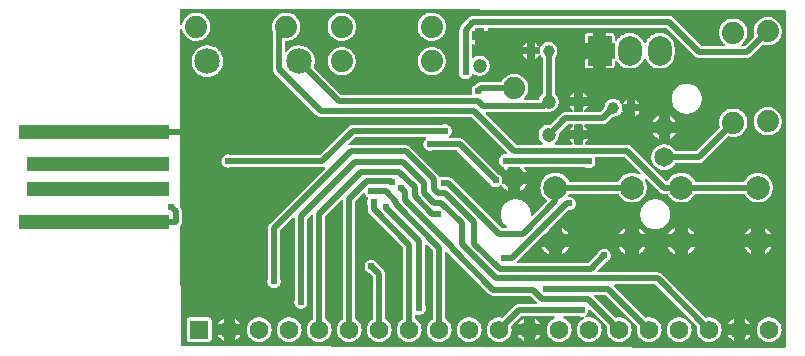
<source format=gtl>
G04 Layer: TopLayer*
G04 EasyEDA v6.5.48, 2025-03-08 11:52:12*
G04 30e90ac5d70944fe866dc529022a22e9,369c048249c94b259d5cf78f180de413,10*
G04 Gerber Generator version 0.2*
G04 Scale: 100 percent, Rotated: No, Reflected: No *
G04 Dimensions in millimeters *
G04 leading zeros omitted , absolute positions ,4 integer and 5 decimal *
%FSLAX45Y45*%
%MOMM*%

%AMMACRO1*21,1,$1,$2,0,0,$3*%
%ADD10C,0.5000*%
%ADD11R,12.7000X1.2700*%
%ADD12R,12.0650X1.2700*%
%ADD13C,2.0000*%
%ADD14C,1.8796*%
%ADD15C,1.6510*%
%ADD16C,1.1938*%
%ADD17C,2.1590*%
%ADD18MACRO1,2.0015X2.4994X0.0000*%
%ADD19O,1.9999959999999999X2.4999949999999997*%
%ADD20C,1.0000*%
%ADD21C,1.5748*%
%ADD22R,1.5748X1.5748*%
%ADD23C,0.6100*%
%ADD24C,0.0150*%

%LPD*%
G36*
X7355331Y-4913630D02*
G01*
X2255266Y-4901895D01*
X2251354Y-4901133D01*
X2248103Y-4898948D01*
X2245868Y-4895646D01*
X2245106Y-4891786D01*
X2242108Y-3881526D01*
X2242616Y-3878478D01*
X2245461Y-3873550D01*
X2249220Y-3865473D01*
X2251506Y-3856939D01*
X2252319Y-3847642D01*
X2252319Y-3759149D01*
X2252116Y-3754526D01*
X2251557Y-3750106D01*
X2250592Y-3745788D01*
X2249271Y-3741521D01*
X2247544Y-3737457D01*
X2245512Y-3733495D01*
X2243277Y-3729990D01*
X2242058Y-3727399D01*
X2241651Y-3724554D01*
X2237232Y-2221534D01*
X2238146Y-2217369D01*
X2240635Y-2213914D01*
X2244344Y-2211832D01*
X2248611Y-2211425D01*
X2252624Y-2212797D01*
X2255774Y-2215692D01*
X2257399Y-2219655D01*
X2258669Y-2226360D01*
X2263140Y-2240381D01*
X2269286Y-2253792D01*
X2277059Y-2266340D01*
X2286304Y-2277872D01*
X2296922Y-2288133D01*
X2308707Y-2297023D01*
X2321458Y-2304389D01*
X2335072Y-2310130D01*
X2349246Y-2314194D01*
X2363825Y-2316480D01*
X2378608Y-2316937D01*
X2393289Y-2315565D01*
X2407716Y-2312416D01*
X2421636Y-2307488D01*
X2434844Y-2300884D01*
X2447137Y-2292756D01*
X2458364Y-2283155D01*
X2468270Y-2272233D01*
X2476804Y-2260193D01*
X2483815Y-2247188D01*
X2489149Y-2233422D01*
X2492705Y-2219147D01*
X2494534Y-2204466D01*
X2494534Y-2189734D01*
X2492705Y-2175052D01*
X2489149Y-2160778D01*
X2483815Y-2147011D01*
X2476804Y-2134006D01*
X2468270Y-2121966D01*
X2458364Y-2111044D01*
X2447137Y-2101443D01*
X2434844Y-2093315D01*
X2421636Y-2086711D01*
X2407716Y-2081784D01*
X2393289Y-2078634D01*
X2378608Y-2077313D01*
X2363825Y-2077720D01*
X2349246Y-2080006D01*
X2335072Y-2084070D01*
X2321458Y-2089810D01*
X2308707Y-2097176D01*
X2296922Y-2106066D01*
X2286304Y-2116328D01*
X2277059Y-2127859D01*
X2269286Y-2140407D01*
X2263140Y-2153818D01*
X2258669Y-2167839D01*
X2257247Y-2175306D01*
X2255621Y-2179269D01*
X2252522Y-2182164D01*
X2248509Y-2183536D01*
X2244242Y-2183180D01*
X2240534Y-2181047D01*
X2237994Y-2177643D01*
X2237130Y-2173478D01*
X2236774Y-2055622D01*
X2237536Y-2051761D01*
X2239721Y-2048408D01*
X2243023Y-2046224D01*
X2246934Y-2045462D01*
X7355331Y-2057857D01*
X7359243Y-2058670D01*
X7362545Y-2060854D01*
X7364730Y-2064156D01*
X7365492Y-2068017D01*
X7365492Y-4903470D01*
X7364730Y-4907330D01*
X7362494Y-4910632D01*
X7359192Y-4912817D01*
G37*

%LPC*%
G36*
X7226300Y-4867148D02*
G01*
X7239965Y-4866233D01*
X7253376Y-4863541D01*
X7266330Y-4859172D01*
X7278624Y-4853127D01*
X7290003Y-4845507D01*
X7300264Y-4836464D01*
X7309307Y-4826203D01*
X7316927Y-4814824D01*
X7322972Y-4802530D01*
X7327341Y-4789576D01*
X7330033Y-4776165D01*
X7330948Y-4762500D01*
X7330033Y-4748834D01*
X7327341Y-4735423D01*
X7322972Y-4722469D01*
X7316927Y-4710176D01*
X7309307Y-4698796D01*
X7300264Y-4688535D01*
X7290003Y-4679492D01*
X7278624Y-4671872D01*
X7266330Y-4665827D01*
X7253376Y-4661458D01*
X7239965Y-4658766D01*
X7226300Y-4657852D01*
X7212634Y-4658766D01*
X7199223Y-4661458D01*
X7186269Y-4665827D01*
X7173975Y-4671872D01*
X7162596Y-4679492D01*
X7152335Y-4688535D01*
X7143292Y-4698796D01*
X7135672Y-4710176D01*
X7129627Y-4722469D01*
X7125258Y-4735423D01*
X7122566Y-4748834D01*
X7121652Y-4762500D01*
X7122566Y-4776165D01*
X7125258Y-4789576D01*
X7129627Y-4802530D01*
X7135672Y-4814824D01*
X7143292Y-4826203D01*
X7152335Y-4836464D01*
X7162596Y-4845507D01*
X7173975Y-4853127D01*
X7186269Y-4859172D01*
X7199223Y-4863541D01*
X7212634Y-4866233D01*
G37*
G36*
X6464300Y-4867148D02*
G01*
X6477965Y-4866233D01*
X6491376Y-4863541D01*
X6504330Y-4859172D01*
X6516624Y-4853127D01*
X6528003Y-4845507D01*
X6538264Y-4836464D01*
X6547307Y-4826203D01*
X6554927Y-4814824D01*
X6560972Y-4802530D01*
X6565341Y-4789576D01*
X6568033Y-4776165D01*
X6568948Y-4762500D01*
X6568033Y-4748834D01*
X6565341Y-4735423D01*
X6560972Y-4722469D01*
X6554927Y-4710176D01*
X6547307Y-4698796D01*
X6538264Y-4688535D01*
X6528003Y-4679492D01*
X6516624Y-4671872D01*
X6504330Y-4665827D01*
X6491376Y-4661458D01*
X6477965Y-4658766D01*
X6464300Y-4657852D01*
X6450634Y-4658766D01*
X6437223Y-4661458D01*
X6424269Y-4665827D01*
X6411976Y-4671872D01*
X6400596Y-4679492D01*
X6390335Y-4688535D01*
X6381292Y-4698796D01*
X6373672Y-4710176D01*
X6367627Y-4722469D01*
X6363258Y-4735423D01*
X6360566Y-4748834D01*
X6359652Y-4762500D01*
X6360566Y-4776165D01*
X6363258Y-4789576D01*
X6367627Y-4802530D01*
X6373672Y-4814824D01*
X6381292Y-4826203D01*
X6390335Y-4836464D01*
X6400596Y-4845507D01*
X6411976Y-4853127D01*
X6424269Y-4859172D01*
X6437223Y-4863541D01*
X6450634Y-4866233D01*
G37*
G36*
X2908300Y-4867148D02*
G01*
X2921965Y-4866233D01*
X2935376Y-4863541D01*
X2948330Y-4859172D01*
X2960624Y-4853127D01*
X2972003Y-4845507D01*
X2982264Y-4836464D01*
X2991307Y-4826203D01*
X2998927Y-4814824D01*
X3004972Y-4802530D01*
X3009341Y-4789576D01*
X3012033Y-4776165D01*
X3012948Y-4762500D01*
X3012033Y-4748834D01*
X3009341Y-4735423D01*
X3004972Y-4722469D01*
X2998927Y-4710176D01*
X2991307Y-4698796D01*
X2982264Y-4688535D01*
X2972003Y-4679492D01*
X2960624Y-4671872D01*
X2948330Y-4665827D01*
X2935376Y-4661458D01*
X2921965Y-4658766D01*
X2908300Y-4657852D01*
X2894634Y-4658766D01*
X2881223Y-4661458D01*
X2868269Y-4665827D01*
X2855976Y-4671872D01*
X2844596Y-4679492D01*
X2834335Y-4688535D01*
X2825292Y-4698796D01*
X2817672Y-4710176D01*
X2811627Y-4722469D01*
X2807258Y-4735423D01*
X2804566Y-4748834D01*
X2803652Y-4762500D01*
X2804566Y-4776165D01*
X2807258Y-4789576D01*
X2811627Y-4802530D01*
X2817672Y-4814824D01*
X2825292Y-4826203D01*
X2834335Y-4836464D01*
X2844596Y-4845507D01*
X2855976Y-4853127D01*
X2868269Y-4859172D01*
X2881223Y-4863541D01*
X2894634Y-4866233D01*
G37*
G36*
X4686300Y-4867148D02*
G01*
X4699965Y-4866233D01*
X4713376Y-4863541D01*
X4726330Y-4859172D01*
X4738624Y-4853127D01*
X4750003Y-4845507D01*
X4760264Y-4836464D01*
X4769307Y-4826203D01*
X4776927Y-4814824D01*
X4782972Y-4802530D01*
X4787341Y-4789576D01*
X4790033Y-4776165D01*
X4790948Y-4762500D01*
X4790033Y-4748834D01*
X4787341Y-4735423D01*
X4782972Y-4722469D01*
X4776927Y-4710176D01*
X4769307Y-4698796D01*
X4760264Y-4688535D01*
X4750003Y-4679492D01*
X4738624Y-4671872D01*
X4726330Y-4665827D01*
X4713376Y-4661458D01*
X4699965Y-4658766D01*
X4686300Y-4657852D01*
X4672634Y-4658766D01*
X4659223Y-4661458D01*
X4646269Y-4665827D01*
X4633976Y-4671872D01*
X4622596Y-4679492D01*
X4612335Y-4688535D01*
X4603292Y-4698796D01*
X4595672Y-4710176D01*
X4589627Y-4722469D01*
X4585258Y-4735423D01*
X4582566Y-4748834D01*
X4581652Y-4762500D01*
X4582566Y-4776165D01*
X4585258Y-4789576D01*
X4589627Y-4802530D01*
X4595672Y-4814824D01*
X4603292Y-4826203D01*
X4612335Y-4836464D01*
X4622596Y-4845507D01*
X4633976Y-4853127D01*
X4646269Y-4859172D01*
X4659223Y-4863541D01*
X4672634Y-4866233D01*
G37*
G36*
X3162300Y-4867148D02*
G01*
X3175965Y-4866233D01*
X3189376Y-4863541D01*
X3202330Y-4859172D01*
X3214624Y-4853127D01*
X3226003Y-4845507D01*
X3236264Y-4836464D01*
X3245307Y-4826203D01*
X3252927Y-4814824D01*
X3258972Y-4802530D01*
X3263341Y-4789576D01*
X3266033Y-4776165D01*
X3266948Y-4762500D01*
X3266033Y-4748834D01*
X3263341Y-4735423D01*
X3258972Y-4722469D01*
X3252927Y-4710176D01*
X3245307Y-4698796D01*
X3236264Y-4688535D01*
X3226003Y-4679492D01*
X3214624Y-4671872D01*
X3202330Y-4665827D01*
X3189376Y-4661458D01*
X3175965Y-4658766D01*
X3162300Y-4657852D01*
X3148634Y-4658766D01*
X3135223Y-4661458D01*
X3122269Y-4665827D01*
X3109976Y-4671872D01*
X3098596Y-4679492D01*
X3088335Y-4688535D01*
X3079292Y-4698796D01*
X3071672Y-4710176D01*
X3065627Y-4722469D01*
X3061258Y-4735423D01*
X3058566Y-4748834D01*
X3057652Y-4762500D01*
X3058566Y-4776165D01*
X3061258Y-4789576D01*
X3065627Y-4802530D01*
X3071672Y-4814824D01*
X3079292Y-4826203D01*
X3088335Y-4836464D01*
X3098596Y-4845507D01*
X3109976Y-4853127D01*
X3122269Y-4859172D01*
X3135223Y-4863541D01*
X3148634Y-4866233D01*
G37*
G36*
X2322118Y-4867148D02*
G01*
X2478481Y-4867148D01*
X2484780Y-4866436D01*
X2490266Y-4864506D01*
X2495143Y-4861458D01*
X2499258Y-4857343D01*
X2502306Y-4852466D01*
X2504236Y-4846980D01*
X2504948Y-4840681D01*
X2504948Y-4684318D01*
X2504236Y-4678019D01*
X2502306Y-4672533D01*
X2499258Y-4667656D01*
X2495143Y-4663541D01*
X2490266Y-4660493D01*
X2484780Y-4658563D01*
X2478481Y-4657852D01*
X2322118Y-4657852D01*
X2315819Y-4658563D01*
X2310333Y-4660493D01*
X2305456Y-4663541D01*
X2301341Y-4667656D01*
X2298293Y-4672533D01*
X2296363Y-4678019D01*
X2295652Y-4684318D01*
X2295652Y-4840681D01*
X2296363Y-4846980D01*
X2298293Y-4852466D01*
X2301341Y-4857343D01*
X2305456Y-4861458D01*
X2310333Y-4864506D01*
X2315819Y-4866436D01*
G37*
G36*
X3924300Y-4867148D02*
G01*
X3937965Y-4866233D01*
X3951376Y-4863541D01*
X3964330Y-4859172D01*
X3976624Y-4853127D01*
X3988003Y-4845507D01*
X3998264Y-4836464D01*
X4007307Y-4826203D01*
X4014927Y-4814824D01*
X4020972Y-4802530D01*
X4025341Y-4789576D01*
X4028033Y-4776165D01*
X4028948Y-4762500D01*
X4028033Y-4748834D01*
X4025341Y-4735423D01*
X4020972Y-4722469D01*
X4014927Y-4710176D01*
X4007307Y-4698796D01*
X3998264Y-4688535D01*
X3988003Y-4679492D01*
X3979722Y-4673955D01*
X3977284Y-4671720D01*
X3975760Y-4668774D01*
X3975201Y-4665522D01*
X3975201Y-4294073D01*
X3974998Y-4289450D01*
X3974439Y-4285030D01*
X3973474Y-4280712D01*
X3972153Y-4276445D01*
X3970426Y-4272381D01*
X3968394Y-4268419D01*
X3966006Y-4264660D01*
X3963314Y-4261154D01*
X3960164Y-4257700D01*
X3911193Y-4208780D01*
X3909161Y-4205884D01*
X3905554Y-4198112D01*
X3899915Y-4190085D01*
X3892956Y-4183126D01*
X3884929Y-4177487D01*
X3876040Y-4173321D01*
X3866540Y-4170781D01*
X3856736Y-4169918D01*
X3846931Y-4170781D01*
X3837432Y-4173321D01*
X3828542Y-4177487D01*
X3820515Y-4183126D01*
X3813556Y-4190085D01*
X3807917Y-4198112D01*
X3803751Y-4207002D01*
X3801211Y-4216501D01*
X3800348Y-4226306D01*
X3801211Y-4236110D01*
X3803751Y-4245610D01*
X3807917Y-4254500D01*
X3813556Y-4262526D01*
X3820515Y-4269486D01*
X3828542Y-4275124D01*
X3836314Y-4278731D01*
X3839210Y-4280763D01*
X3870401Y-4312005D01*
X3872636Y-4315256D01*
X3873398Y-4319168D01*
X3873398Y-4665522D01*
X3872839Y-4668774D01*
X3871315Y-4671720D01*
X3868877Y-4673955D01*
X3860596Y-4679492D01*
X3850335Y-4688535D01*
X3841292Y-4698796D01*
X3833672Y-4710176D01*
X3827627Y-4722469D01*
X3823258Y-4735423D01*
X3820566Y-4748834D01*
X3819651Y-4762500D01*
X3820566Y-4776165D01*
X3823258Y-4789576D01*
X3827627Y-4802530D01*
X3833672Y-4814824D01*
X3841292Y-4826203D01*
X3850335Y-4836464D01*
X3860596Y-4845507D01*
X3871976Y-4853127D01*
X3884269Y-4859172D01*
X3897223Y-4863541D01*
X3910634Y-4866233D01*
G37*
G36*
X3416300Y-4867148D02*
G01*
X3429965Y-4866233D01*
X3443376Y-4863541D01*
X3456330Y-4859172D01*
X3468624Y-4853127D01*
X3480003Y-4845507D01*
X3490264Y-4836464D01*
X3499307Y-4826203D01*
X3506927Y-4814824D01*
X3512972Y-4802530D01*
X3517341Y-4789576D01*
X3520033Y-4776165D01*
X3520948Y-4762500D01*
X3520033Y-4748834D01*
X3517341Y-4735423D01*
X3512972Y-4722469D01*
X3506927Y-4710176D01*
X3499307Y-4698796D01*
X3490264Y-4688535D01*
X3480003Y-4679492D01*
X3471722Y-4673955D01*
X3469284Y-4671720D01*
X3467760Y-4668774D01*
X3467201Y-4665522D01*
X3467201Y-3806088D01*
X3467963Y-3802176D01*
X3470198Y-3798925D01*
X3602024Y-3667048D01*
X3605326Y-3664813D01*
X3609238Y-3664051D01*
X3613099Y-3664813D01*
X3616401Y-3667048D01*
X3618636Y-3670350D01*
X3619398Y-3674211D01*
X3619398Y-4665522D01*
X3618839Y-4668774D01*
X3617315Y-4671720D01*
X3614877Y-4673955D01*
X3606596Y-4679492D01*
X3596335Y-4688535D01*
X3587292Y-4698796D01*
X3579672Y-4710176D01*
X3573627Y-4722469D01*
X3569258Y-4735423D01*
X3566566Y-4748834D01*
X3565651Y-4762500D01*
X3566566Y-4776165D01*
X3569258Y-4789576D01*
X3573627Y-4802530D01*
X3579672Y-4814824D01*
X3587292Y-4826203D01*
X3596335Y-4836464D01*
X3606596Y-4845507D01*
X3617976Y-4853127D01*
X3630269Y-4859172D01*
X3643223Y-4863541D01*
X3656634Y-4866233D01*
X3670300Y-4867148D01*
X3683965Y-4866233D01*
X3697376Y-4863541D01*
X3710330Y-4859172D01*
X3722624Y-4853127D01*
X3734003Y-4845507D01*
X3744264Y-4836464D01*
X3753307Y-4826203D01*
X3760927Y-4814824D01*
X3766972Y-4802530D01*
X3771341Y-4789576D01*
X3774033Y-4776165D01*
X3774948Y-4762500D01*
X3774033Y-4748834D01*
X3771341Y-4735423D01*
X3766972Y-4722469D01*
X3760927Y-4710176D01*
X3753307Y-4698796D01*
X3744264Y-4688535D01*
X3734003Y-4679492D01*
X3725722Y-4673955D01*
X3723284Y-4671720D01*
X3721760Y-4668774D01*
X3721201Y-4665522D01*
X3721201Y-3680358D01*
X3721963Y-3676446D01*
X3724198Y-3673195D01*
X3788562Y-3608781D01*
X3791762Y-3606647D01*
X3795572Y-3605834D01*
X3799382Y-3606495D01*
X3802684Y-3608578D01*
X3804920Y-3611676D01*
X3808933Y-3620262D01*
X3814572Y-3628288D01*
X3821531Y-3635248D01*
X3828237Y-3639972D01*
X3830980Y-3642817D01*
X3832402Y-3646525D01*
X3832351Y-3650487D01*
X3830726Y-3654094D01*
X3828999Y-3656584D01*
X3824833Y-3665474D01*
X3822293Y-3674973D01*
X3821429Y-3684778D01*
X3822293Y-3694582D01*
X3824833Y-3704082D01*
X3825951Y-3706418D01*
X3826916Y-3710736D01*
X3826916Y-3743248D01*
X3827119Y-3747871D01*
X3827678Y-3752291D01*
X3828643Y-3756609D01*
X3829964Y-3760876D01*
X3831691Y-3764940D01*
X3833723Y-3768902D01*
X3836111Y-3772662D01*
X3838803Y-3776167D01*
X3841953Y-3779621D01*
X4124401Y-4062069D01*
X4126636Y-4065320D01*
X4127398Y-4069232D01*
X4127398Y-4665522D01*
X4126839Y-4668774D01*
X4125315Y-4671720D01*
X4122877Y-4673955D01*
X4114596Y-4679492D01*
X4104335Y-4688535D01*
X4095292Y-4698796D01*
X4087672Y-4710176D01*
X4081627Y-4722469D01*
X4077258Y-4735423D01*
X4074566Y-4748834D01*
X4073651Y-4762500D01*
X4074566Y-4776165D01*
X4077258Y-4789576D01*
X4081627Y-4802530D01*
X4087672Y-4814824D01*
X4095292Y-4826203D01*
X4104335Y-4836464D01*
X4114596Y-4845507D01*
X4125976Y-4853127D01*
X4138269Y-4859172D01*
X4151223Y-4863541D01*
X4164634Y-4866233D01*
X4178300Y-4867148D01*
X4191965Y-4866233D01*
X4205376Y-4863541D01*
X4218330Y-4859172D01*
X4230624Y-4853127D01*
X4242003Y-4845507D01*
X4252264Y-4836464D01*
X4261307Y-4826203D01*
X4268927Y-4814824D01*
X4274972Y-4802530D01*
X4279341Y-4789576D01*
X4282033Y-4776165D01*
X4282948Y-4762500D01*
X4282033Y-4748834D01*
X4279341Y-4735423D01*
X4274972Y-4722469D01*
X4268927Y-4710176D01*
X4261307Y-4698796D01*
X4252264Y-4688535D01*
X4242003Y-4679492D01*
X4233722Y-4673955D01*
X4231284Y-4671720D01*
X4229760Y-4668774D01*
X4229201Y-4665522D01*
X4229201Y-4641240D01*
X4230014Y-4637278D01*
X4232300Y-4633925D01*
X4235704Y-4631740D01*
X4239717Y-4631080D01*
X4254347Y-4635144D01*
X4264152Y-4636008D01*
X4273956Y-4635144D01*
X4283456Y-4632604D01*
X4292346Y-4628438D01*
X4300372Y-4622800D01*
X4307332Y-4615840D01*
X4312970Y-4607814D01*
X4317136Y-4598924D01*
X4319676Y-4589424D01*
X4320540Y-4579620D01*
X4319676Y-4569815D01*
X4317136Y-4560316D01*
X4316018Y-4557979D01*
X4315053Y-4553661D01*
X4315053Y-4047845D01*
X4315815Y-4043984D01*
X4318050Y-4040682D01*
X4321352Y-4038447D01*
X4325213Y-4037685D01*
X4329125Y-4038447D01*
X4332427Y-4040682D01*
X4378401Y-4086707D01*
X4380636Y-4089958D01*
X4381398Y-4093870D01*
X4381398Y-4665522D01*
X4380839Y-4668774D01*
X4379315Y-4671720D01*
X4376877Y-4673955D01*
X4368596Y-4679492D01*
X4358335Y-4688535D01*
X4349292Y-4698796D01*
X4341672Y-4710176D01*
X4335627Y-4722469D01*
X4331258Y-4735423D01*
X4328566Y-4748834D01*
X4327652Y-4762500D01*
X4328566Y-4776165D01*
X4331258Y-4789576D01*
X4335627Y-4802530D01*
X4341672Y-4814824D01*
X4349292Y-4826203D01*
X4358335Y-4836464D01*
X4368596Y-4845507D01*
X4379976Y-4853127D01*
X4392269Y-4859172D01*
X4405223Y-4863541D01*
X4418634Y-4866233D01*
X4432300Y-4867148D01*
X4445965Y-4866233D01*
X4459376Y-4863541D01*
X4472330Y-4859172D01*
X4484624Y-4853127D01*
X4496003Y-4845507D01*
X4506264Y-4836464D01*
X4515307Y-4826203D01*
X4522927Y-4814824D01*
X4528972Y-4802530D01*
X4533341Y-4789576D01*
X4536033Y-4776165D01*
X4536948Y-4762500D01*
X4536033Y-4748834D01*
X4533341Y-4735423D01*
X4528972Y-4722469D01*
X4522927Y-4710176D01*
X4515307Y-4698796D01*
X4506264Y-4688535D01*
X4496003Y-4679492D01*
X4487722Y-4673955D01*
X4485284Y-4671720D01*
X4483760Y-4668774D01*
X4483201Y-4665522D01*
X4483201Y-4111142D01*
X4484014Y-4107129D01*
X4486351Y-4103776D01*
X4489805Y-4101592D01*
X4493818Y-4100982D01*
X4497781Y-4101998D01*
X4501032Y-4104436D01*
X4505756Y-4109923D01*
X4854600Y-4458766D01*
X4858054Y-4461916D01*
X4861560Y-4464608D01*
X4865319Y-4466996D01*
X4869281Y-4469028D01*
X4873345Y-4470755D01*
X4877612Y-4472076D01*
X4881930Y-4473041D01*
X4886350Y-4473600D01*
X4890973Y-4473803D01*
X5202021Y-4473803D01*
X5205933Y-4474565D01*
X5209184Y-4476800D01*
X5260543Y-4528108D01*
X5262778Y-4531410D01*
X5263540Y-4535322D01*
X5262778Y-4539183D01*
X5260543Y-4542485D01*
X5257241Y-4544720D01*
X5253380Y-4545482D01*
X5106619Y-4545482D01*
X5101996Y-4545685D01*
X5097576Y-4546244D01*
X5093258Y-4547209D01*
X5088991Y-4548530D01*
X5084927Y-4550257D01*
X5080965Y-4552289D01*
X5077206Y-4554677D01*
X5073700Y-4557369D01*
X5070246Y-4560519D01*
X4972862Y-4657953D01*
X4970170Y-4659833D01*
X4967020Y-4660798D01*
X4963718Y-4660696D01*
X4953965Y-4658766D01*
X4940300Y-4657852D01*
X4926634Y-4658766D01*
X4913223Y-4661458D01*
X4900269Y-4665827D01*
X4887976Y-4671872D01*
X4876596Y-4679492D01*
X4866335Y-4688535D01*
X4857292Y-4698796D01*
X4849672Y-4710176D01*
X4843627Y-4722469D01*
X4839258Y-4735423D01*
X4836566Y-4748834D01*
X4835652Y-4762500D01*
X4836566Y-4776165D01*
X4839258Y-4789576D01*
X4843627Y-4802530D01*
X4849672Y-4814824D01*
X4857292Y-4826203D01*
X4866335Y-4836464D01*
X4876596Y-4845507D01*
X4887976Y-4853127D01*
X4900269Y-4859172D01*
X4913223Y-4863541D01*
X4926634Y-4866233D01*
X4940300Y-4867148D01*
X4953965Y-4866233D01*
X4967376Y-4863541D01*
X4980330Y-4859172D01*
X4992624Y-4853127D01*
X5004003Y-4845507D01*
X5014264Y-4836464D01*
X5023307Y-4826203D01*
X5030927Y-4814824D01*
X5036972Y-4802530D01*
X5041341Y-4789576D01*
X5044033Y-4776165D01*
X5044948Y-4762500D01*
X5044033Y-4748834D01*
X5042103Y-4739081D01*
X5042001Y-4735779D01*
X5042966Y-4732629D01*
X5044846Y-4729937D01*
X5124551Y-4650282D01*
X5127802Y-4648047D01*
X5131714Y-4647285D01*
X5148275Y-4647285D01*
X5152694Y-4648301D01*
X5153507Y-4648962D01*
X5154828Y-4648047D01*
X5158740Y-4647285D01*
X5229860Y-4647285D01*
X5233771Y-4648047D01*
X5235092Y-4648962D01*
X5235905Y-4648301D01*
X5240324Y-4647285D01*
X5402275Y-4647285D01*
X5406694Y-4648301D01*
X5410200Y-4651095D01*
X5412181Y-4655159D01*
X5412232Y-4659630D01*
X5410301Y-4663744D01*
X5406796Y-4666589D01*
X5395976Y-4671872D01*
X5384596Y-4679492D01*
X5374335Y-4688535D01*
X5365292Y-4698796D01*
X5357672Y-4710176D01*
X5351627Y-4722469D01*
X5347258Y-4735423D01*
X5344566Y-4748834D01*
X5343652Y-4762500D01*
X5344566Y-4776165D01*
X5347258Y-4789576D01*
X5351627Y-4802530D01*
X5357672Y-4814824D01*
X5365292Y-4826203D01*
X5374335Y-4836464D01*
X5384596Y-4845507D01*
X5395976Y-4853127D01*
X5408269Y-4859172D01*
X5421223Y-4863541D01*
X5434634Y-4866233D01*
X5448300Y-4867148D01*
X5461965Y-4866233D01*
X5475376Y-4863541D01*
X5488330Y-4859172D01*
X5500624Y-4853127D01*
X5512003Y-4845507D01*
X5522264Y-4836464D01*
X5531307Y-4826203D01*
X5538927Y-4814824D01*
X5544972Y-4802530D01*
X5549341Y-4789576D01*
X5552033Y-4776165D01*
X5552948Y-4762500D01*
X5552033Y-4748834D01*
X5549341Y-4735423D01*
X5544972Y-4722469D01*
X5538927Y-4710176D01*
X5531307Y-4698796D01*
X5522264Y-4688535D01*
X5512003Y-4679492D01*
X5500624Y-4671872D01*
X5489803Y-4666589D01*
X5486298Y-4663744D01*
X5484368Y-4659630D01*
X5484418Y-4655159D01*
X5486400Y-4651095D01*
X5489905Y-4648301D01*
X5494324Y-4647285D01*
X5613349Y-4647285D01*
X5617667Y-4648250D01*
X5620004Y-4649368D01*
X5629503Y-4651908D01*
X5639308Y-4652772D01*
X5645505Y-4652213D01*
X5649468Y-4652670D01*
X5652973Y-4654600D01*
X5655462Y-4657750D01*
X5656529Y-4661560D01*
X5656021Y-4665522D01*
X5654040Y-4669028D01*
X5638596Y-4679492D01*
X5628335Y-4688535D01*
X5619292Y-4698796D01*
X5611672Y-4710176D01*
X5605627Y-4722469D01*
X5601258Y-4735423D01*
X5598566Y-4748834D01*
X5597652Y-4762500D01*
X5598566Y-4776165D01*
X5601258Y-4789576D01*
X5605627Y-4802530D01*
X5611672Y-4814824D01*
X5619292Y-4826203D01*
X5628335Y-4836464D01*
X5638596Y-4845507D01*
X5649976Y-4853127D01*
X5662269Y-4859172D01*
X5675223Y-4863541D01*
X5688634Y-4866233D01*
X5702300Y-4867148D01*
X5715965Y-4866233D01*
X5729376Y-4863541D01*
X5742330Y-4859172D01*
X5754624Y-4853127D01*
X5766003Y-4845507D01*
X5776264Y-4836464D01*
X5785307Y-4826203D01*
X5792927Y-4814824D01*
X5798972Y-4802530D01*
X5803341Y-4789576D01*
X5806033Y-4776165D01*
X5806948Y-4762500D01*
X5806033Y-4748834D01*
X5803341Y-4735423D01*
X5798972Y-4722469D01*
X5792927Y-4710176D01*
X5785307Y-4698796D01*
X5776264Y-4688535D01*
X5766003Y-4679492D01*
X5754624Y-4671872D01*
X5742330Y-4665827D01*
X5729376Y-4661458D01*
X5715965Y-4658766D01*
X5702300Y-4657852D01*
X5688634Y-4658766D01*
X5679440Y-4660595D01*
X5675477Y-4660595D01*
X5671870Y-4659122D01*
X5669026Y-4656378D01*
X5667502Y-4652721D01*
X5667451Y-4648809D01*
X5668873Y-4645152D01*
X5671616Y-4642307D01*
X5675528Y-4639564D01*
X5682488Y-4632604D01*
X5688126Y-4624578D01*
X5692292Y-4615688D01*
X5694832Y-4606188D01*
X5695594Y-4597400D01*
X5696610Y-4593691D01*
X5698947Y-4590694D01*
X5702249Y-4588713D01*
X5706008Y-4588103D01*
X5709716Y-4588967D01*
X5712917Y-4591100D01*
X5851753Y-4729937D01*
X5853633Y-4732629D01*
X5854598Y-4735779D01*
X5854496Y-4739081D01*
X5852566Y-4748834D01*
X5851652Y-4762500D01*
X5852566Y-4776165D01*
X5855258Y-4789576D01*
X5859627Y-4802530D01*
X5865672Y-4814824D01*
X5873292Y-4826203D01*
X5882335Y-4836464D01*
X5892596Y-4845507D01*
X5903976Y-4853127D01*
X5916269Y-4859172D01*
X5929223Y-4863541D01*
X5942634Y-4866233D01*
X5956300Y-4867148D01*
X5969965Y-4866233D01*
X5983376Y-4863541D01*
X5996330Y-4859172D01*
X6008624Y-4853127D01*
X6020003Y-4845507D01*
X6030264Y-4836464D01*
X6039307Y-4826203D01*
X6046927Y-4814824D01*
X6052972Y-4802530D01*
X6057341Y-4789576D01*
X6060033Y-4776165D01*
X6060948Y-4762500D01*
X6060033Y-4748834D01*
X6057341Y-4735423D01*
X6052972Y-4722469D01*
X6046927Y-4710176D01*
X6039307Y-4698796D01*
X6030264Y-4688535D01*
X6020003Y-4679492D01*
X6008624Y-4671872D01*
X5996330Y-4665827D01*
X5983376Y-4661458D01*
X5969965Y-4658766D01*
X5956300Y-4657852D01*
X5942634Y-4658766D01*
X5932881Y-4660696D01*
X5929579Y-4660798D01*
X5926429Y-4659833D01*
X5923737Y-4657953D01*
X5748832Y-4483049D01*
X5746597Y-4479747D01*
X5745835Y-4475835D01*
X5746597Y-4471974D01*
X5748832Y-4468672D01*
X5752134Y-4466437D01*
X5755995Y-4465675D01*
X5837275Y-4465675D01*
X5841187Y-4466437D01*
X5844438Y-4468672D01*
X6105753Y-4729937D01*
X6107633Y-4732629D01*
X6108598Y-4735779D01*
X6108496Y-4739081D01*
X6106566Y-4748834D01*
X6105652Y-4762500D01*
X6106566Y-4776165D01*
X6109258Y-4789576D01*
X6113627Y-4802530D01*
X6119672Y-4814824D01*
X6127292Y-4826203D01*
X6136335Y-4836464D01*
X6146596Y-4845507D01*
X6157976Y-4853127D01*
X6170269Y-4859172D01*
X6183223Y-4863541D01*
X6196634Y-4866233D01*
X6210300Y-4867148D01*
X6223965Y-4866233D01*
X6237376Y-4863541D01*
X6250330Y-4859172D01*
X6262624Y-4853127D01*
X6274003Y-4845507D01*
X6284264Y-4836464D01*
X6293307Y-4826203D01*
X6300927Y-4814824D01*
X6306972Y-4802530D01*
X6311341Y-4789576D01*
X6314033Y-4776165D01*
X6314948Y-4762500D01*
X6314033Y-4748834D01*
X6311341Y-4735423D01*
X6306972Y-4722469D01*
X6300927Y-4710176D01*
X6293307Y-4698796D01*
X6284264Y-4688535D01*
X6274003Y-4679492D01*
X6262624Y-4671872D01*
X6250330Y-4665827D01*
X6237376Y-4661458D01*
X6223965Y-4658766D01*
X6210300Y-4657852D01*
X6196634Y-4658766D01*
X6186881Y-4660696D01*
X6183579Y-4660798D01*
X6180429Y-4659833D01*
X6177737Y-4657953D01*
X5916980Y-4397197D01*
X5914745Y-4393895D01*
X5913983Y-4389983D01*
X5914745Y-4386122D01*
X5916980Y-4382820D01*
X5920282Y-4380585D01*
X5924143Y-4379823D01*
X6259423Y-4379823D01*
X6263335Y-4380585D01*
X6266586Y-4382820D01*
X6613753Y-4729937D01*
X6615633Y-4732629D01*
X6616598Y-4735779D01*
X6616496Y-4739081D01*
X6614566Y-4748834D01*
X6613652Y-4762500D01*
X6614566Y-4776165D01*
X6617258Y-4789576D01*
X6621627Y-4802530D01*
X6627672Y-4814824D01*
X6635292Y-4826203D01*
X6644335Y-4836464D01*
X6654596Y-4845507D01*
X6665975Y-4853127D01*
X6678269Y-4859172D01*
X6691223Y-4863541D01*
X6704634Y-4866233D01*
X6718300Y-4867148D01*
X6731965Y-4866233D01*
X6745376Y-4863541D01*
X6758330Y-4859172D01*
X6770624Y-4853127D01*
X6782003Y-4845507D01*
X6792264Y-4836464D01*
X6801307Y-4826203D01*
X6808927Y-4814824D01*
X6814972Y-4802530D01*
X6819341Y-4789576D01*
X6822033Y-4776165D01*
X6822948Y-4762500D01*
X6822033Y-4748834D01*
X6819341Y-4735423D01*
X6814972Y-4722469D01*
X6808927Y-4710176D01*
X6801307Y-4698796D01*
X6792264Y-4688535D01*
X6782003Y-4679492D01*
X6770624Y-4671872D01*
X6758330Y-4665827D01*
X6745376Y-4661458D01*
X6731965Y-4658766D01*
X6718300Y-4657852D01*
X6704634Y-4658766D01*
X6694881Y-4660696D01*
X6691579Y-4660798D01*
X6688429Y-4659833D01*
X6685737Y-4657953D01*
X6320891Y-4293057D01*
X6317437Y-4289907D01*
X6313932Y-4287215D01*
X6310172Y-4284827D01*
X6306210Y-4282795D01*
X6302146Y-4281068D01*
X6297879Y-4279747D01*
X6293561Y-4278782D01*
X6289141Y-4278223D01*
X6284518Y-4278020D01*
X5781649Y-4278020D01*
X5777788Y-4277258D01*
X5774486Y-4275023D01*
X5772251Y-4271721D01*
X5771489Y-4267860D01*
X5772251Y-4263948D01*
X5774486Y-4260646D01*
X5847080Y-4188053D01*
X5849975Y-4186021D01*
X5857748Y-4182414D01*
X5865774Y-4176776D01*
X5872734Y-4169816D01*
X5878372Y-4161790D01*
X5882538Y-4152900D01*
X5885078Y-4143400D01*
X5885942Y-4133596D01*
X5885078Y-4123791D01*
X5882538Y-4114292D01*
X5878372Y-4105401D01*
X5872734Y-4097375D01*
X5865774Y-4090415D01*
X5857748Y-4084777D01*
X5848858Y-4080611D01*
X5839358Y-4078071D01*
X5829554Y-4077208D01*
X5819749Y-4078071D01*
X5810250Y-4080611D01*
X5801360Y-4084777D01*
X5793333Y-4090415D01*
X5786374Y-4097375D01*
X5780735Y-4105401D01*
X5777128Y-4113174D01*
X5775096Y-4116070D01*
X5696356Y-4194759D01*
X5693105Y-4196994D01*
X5689193Y-4197756D01*
X5104231Y-4197756D01*
X5100370Y-4196994D01*
X5097068Y-4194759D01*
X5094833Y-4191457D01*
X5094071Y-4187596D01*
X5094833Y-4183684D01*
X5097068Y-4180382D01*
X5321249Y-3956202D01*
X5324551Y-3954018D01*
X5328412Y-3953256D01*
X5359044Y-3953256D01*
X5359044Y-3922623D01*
X5359806Y-3918712D01*
X5362041Y-3915410D01*
X5524449Y-3753002D01*
X5527344Y-3750970D01*
X5530748Y-3750056D01*
X5540908Y-3749192D01*
X5550408Y-3746652D01*
X5559298Y-3742486D01*
X5567324Y-3736848D01*
X5574284Y-3729888D01*
X5579922Y-3721862D01*
X5584088Y-3712972D01*
X5586628Y-3703472D01*
X5587492Y-3693668D01*
X5586628Y-3683863D01*
X5584088Y-3674364D01*
X5579922Y-3665474D01*
X5574284Y-3657447D01*
X5567324Y-3650487D01*
X5559298Y-3644849D01*
X5550408Y-3640683D01*
X5540908Y-3638143D01*
X5532323Y-3637381D01*
X5528411Y-3636213D01*
X5525262Y-3633622D01*
X5523382Y-3629964D01*
X5523128Y-3625900D01*
X5524500Y-3622040D01*
X5527598Y-3616451D01*
X5529834Y-3613302D01*
X5533085Y-3611219D01*
X5536895Y-3610457D01*
X5943904Y-3610457D01*
X5947714Y-3611219D01*
X5950966Y-3613302D01*
X5953201Y-3616451D01*
X5953912Y-3618128D01*
X5961786Y-3631133D01*
X5971184Y-3643071D01*
X5981903Y-3653840D01*
X5993892Y-3663187D01*
X6006896Y-3671062D01*
X6020765Y-3677310D01*
X6035243Y-3681831D01*
X6050229Y-3684574D01*
X6065418Y-3685489D01*
X6080556Y-3684574D01*
X6095542Y-3681831D01*
X6110020Y-3677310D01*
X6123889Y-3671062D01*
X6136894Y-3663187D01*
X6148882Y-3653840D01*
X6159601Y-3643071D01*
X6168999Y-3631133D01*
X6176873Y-3618128D01*
X6183122Y-3604260D01*
X6187643Y-3589731D01*
X6190386Y-3574796D01*
X6191300Y-3559606D01*
X6190386Y-3544417D01*
X6187643Y-3529482D01*
X6183122Y-3514953D01*
X6176619Y-3500729D01*
X6175248Y-3496767D01*
X6175603Y-3492601D01*
X6177534Y-3488944D01*
X6180836Y-3486353D01*
X6184900Y-3485337D01*
X6189014Y-3485997D01*
X6192520Y-3488283D01*
X6299606Y-3595420D01*
X6303060Y-3598570D01*
X6306566Y-3601262D01*
X6310325Y-3603650D01*
X6314287Y-3605682D01*
X6318351Y-3607409D01*
X6322618Y-3608730D01*
X6326936Y-3609695D01*
X6331356Y-3610254D01*
X6335979Y-3610457D01*
X6360718Y-3610457D01*
X6364528Y-3611219D01*
X6367780Y-3613302D01*
X6370015Y-3616451D01*
X6370726Y-3618128D01*
X6378600Y-3631133D01*
X6387998Y-3643071D01*
X6398717Y-3653840D01*
X6410706Y-3663187D01*
X6423710Y-3671062D01*
X6437579Y-3677310D01*
X6452057Y-3681831D01*
X6467043Y-3684574D01*
X6482232Y-3685489D01*
X6497370Y-3684574D01*
X6512356Y-3681831D01*
X6526834Y-3677310D01*
X6540703Y-3671062D01*
X6553708Y-3663187D01*
X6565696Y-3653840D01*
X6576415Y-3643071D01*
X6585813Y-3631133D01*
X6593687Y-3618128D01*
X6594398Y-3616451D01*
X6596634Y-3613302D01*
X6599885Y-3611219D01*
X6603695Y-3610457D01*
X7010704Y-3610457D01*
X7014514Y-3611219D01*
X7017766Y-3613302D01*
X7020001Y-3616451D01*
X7020712Y-3618128D01*
X7028586Y-3631133D01*
X7037984Y-3643071D01*
X7048703Y-3653840D01*
X7060692Y-3663187D01*
X7073696Y-3671062D01*
X7087565Y-3677310D01*
X7102043Y-3681831D01*
X7117029Y-3684574D01*
X7132218Y-3685489D01*
X7147356Y-3684574D01*
X7162342Y-3681831D01*
X7176820Y-3677310D01*
X7190689Y-3671062D01*
X7203694Y-3663187D01*
X7215682Y-3653840D01*
X7226401Y-3643071D01*
X7235799Y-3631133D01*
X7243673Y-3618128D01*
X7249922Y-3604260D01*
X7254443Y-3589731D01*
X7257186Y-3574796D01*
X7258100Y-3559606D01*
X7257186Y-3544417D01*
X7254443Y-3529482D01*
X7249922Y-3514953D01*
X7243673Y-3501085D01*
X7235799Y-3488080D01*
X7226401Y-3476142D01*
X7215682Y-3465372D01*
X7203694Y-3456025D01*
X7190689Y-3448151D01*
X7176820Y-3441903D01*
X7162342Y-3437382D01*
X7147356Y-3434638D01*
X7132218Y-3433724D01*
X7117029Y-3434638D01*
X7102043Y-3437382D01*
X7087565Y-3441903D01*
X7073696Y-3448151D01*
X7060692Y-3456025D01*
X7048703Y-3465372D01*
X7037984Y-3476142D01*
X7028586Y-3488080D01*
X7017816Y-3505809D01*
X7014565Y-3507892D01*
X7010755Y-3508654D01*
X6603644Y-3508654D01*
X6599834Y-3507892D01*
X6596583Y-3505809D01*
X6585813Y-3488080D01*
X6576415Y-3476142D01*
X6565696Y-3465372D01*
X6553708Y-3456025D01*
X6540703Y-3448151D01*
X6526834Y-3441903D01*
X6512356Y-3437382D01*
X6497370Y-3434638D01*
X6482232Y-3433724D01*
X6467043Y-3434638D01*
X6452057Y-3437382D01*
X6437579Y-3441903D01*
X6423710Y-3448151D01*
X6410706Y-3456025D01*
X6398717Y-3465372D01*
X6387998Y-3476142D01*
X6378600Y-3488080D01*
X6367881Y-3505657D01*
X6364579Y-3507740D01*
X6360718Y-3508451D01*
X6356908Y-3507638D01*
X6353657Y-3505454D01*
X6058763Y-3210509D01*
X6055309Y-3207359D01*
X6051804Y-3204667D01*
X6048044Y-3202279D01*
X6044082Y-3200247D01*
X6040018Y-3198520D01*
X6035751Y-3197199D01*
X6031433Y-3196234D01*
X6027013Y-3195675D01*
X6022390Y-3195472D01*
X5674207Y-3195472D01*
X5670092Y-3194608D01*
X5666689Y-3192119D01*
X5664555Y-3188512D01*
X5664098Y-3184347D01*
X5665317Y-3180334D01*
X5668111Y-3177184D01*
X5669432Y-3176168D01*
X5678068Y-3167532D01*
X5685383Y-3157778D01*
X5690870Y-3147720D01*
X5649620Y-3147720D01*
X5649620Y-3185312D01*
X5648807Y-3189173D01*
X5646623Y-3192475D01*
X5643321Y-3194710D01*
X5639460Y-3195472D01*
X5587390Y-3195472D01*
X5583478Y-3194710D01*
X5580176Y-3192475D01*
X5577992Y-3189173D01*
X5577230Y-3185312D01*
X5577230Y-3147720D01*
X5535930Y-3147720D01*
X5541416Y-3157778D01*
X5548731Y-3167532D01*
X5557367Y-3176168D01*
X5558688Y-3177184D01*
X5561482Y-3180334D01*
X5562701Y-3184347D01*
X5562244Y-3188512D01*
X5560110Y-3192119D01*
X5556707Y-3194608D01*
X5552592Y-3195472D01*
X5420207Y-3195472D01*
X5416092Y-3194608D01*
X5412689Y-3192119D01*
X5410555Y-3188512D01*
X5410098Y-3184347D01*
X5411317Y-3180334D01*
X5414111Y-3177184D01*
X5415432Y-3176168D01*
X5424068Y-3167532D01*
X5431383Y-3157778D01*
X5437225Y-3147060D01*
X5441492Y-3135630D01*
X5444083Y-3123692D01*
X5444947Y-3111500D01*
X5444388Y-3103473D01*
X5444998Y-3099206D01*
X5447334Y-3095548D01*
X5517235Y-3025698D01*
X5520486Y-3023463D01*
X5524398Y-3022701D01*
X5559044Y-3022701D01*
X5563158Y-3023565D01*
X5566562Y-3026054D01*
X5568696Y-3029661D01*
X5569153Y-3033826D01*
X5567934Y-3037840D01*
X5565140Y-3040989D01*
X5557367Y-3046831D01*
X5548731Y-3055467D01*
X5541416Y-3065221D01*
X5535930Y-3075330D01*
X5577230Y-3075330D01*
X5577230Y-3032861D01*
X5577992Y-3029000D01*
X5580176Y-3025698D01*
X5583478Y-3023463D01*
X5587390Y-3022701D01*
X5639460Y-3022701D01*
X5643321Y-3023463D01*
X5646623Y-3025698D01*
X5648807Y-3029000D01*
X5649620Y-3032861D01*
X5649620Y-3075330D01*
X5690870Y-3075330D01*
X5685383Y-3065221D01*
X5678068Y-3055467D01*
X5669432Y-3046831D01*
X5661660Y-3040989D01*
X5658866Y-3037840D01*
X5657646Y-3033826D01*
X5658104Y-3029661D01*
X5660237Y-3026054D01*
X5663641Y-3023565D01*
X5667756Y-3022701D01*
X5817666Y-3022701D01*
X5822289Y-3022498D01*
X5826709Y-3021939D01*
X5831027Y-3020974D01*
X5835294Y-3019653D01*
X5839358Y-3017926D01*
X5843320Y-3015894D01*
X5847080Y-3013506D01*
X5850585Y-3010814D01*
X5854039Y-3007664D01*
X5900115Y-2961538D01*
X5903417Y-2959354D01*
X5907328Y-2958541D01*
X5912459Y-2958541D01*
X5923940Y-2956763D01*
X5935014Y-2953258D01*
X5945428Y-2948127D01*
X5954928Y-2941421D01*
X5963310Y-2933395D01*
X5970320Y-2924149D01*
X5972759Y-2919679D01*
X5975604Y-2916377D01*
X5979515Y-2914599D01*
X5983884Y-2914599D01*
X5987796Y-2916377D01*
X5990640Y-2919679D01*
X5993079Y-2924149D01*
X6000089Y-2933395D01*
X6008471Y-2941421D01*
X6017971Y-2948127D01*
X6025388Y-2951784D01*
X6025388Y-2914243D01*
X5989929Y-2914243D01*
X5985611Y-2913278D01*
X5982106Y-2910535D01*
X5980125Y-2906572D01*
X5979972Y-2902153D01*
X5982004Y-2891586D01*
X5982462Y-2880004D01*
X5981141Y-2868472D01*
X5980023Y-2864408D01*
X5979718Y-2860700D01*
X5980734Y-2857144D01*
X5983020Y-2854198D01*
X5986170Y-2852216D01*
X5989828Y-2851556D01*
X6025388Y-2851556D01*
X6025388Y-2813964D01*
X6023102Y-2814878D01*
X6013094Y-2820822D01*
X6004153Y-2828239D01*
X5996432Y-2836926D01*
X5990234Y-2846425D01*
X5987440Y-2849321D01*
X5983732Y-2850896D01*
X5979668Y-2850896D01*
X5975959Y-2849321D01*
X5973165Y-2846425D01*
X5966968Y-2836926D01*
X5959246Y-2828239D01*
X5950305Y-2820822D01*
X5940298Y-2814878D01*
X5929528Y-2810560D01*
X5918250Y-2807919D01*
X5906668Y-2807004D01*
X5895035Y-2807919D01*
X5883757Y-2810560D01*
X5872988Y-2814878D01*
X5862980Y-2820822D01*
X5854039Y-2828239D01*
X5846318Y-2836926D01*
X5839968Y-2846628D01*
X5835243Y-2857246D01*
X5832144Y-2868472D01*
X5830824Y-2880004D01*
X5830925Y-2882188D01*
X5830214Y-2886252D01*
X5827928Y-2889758D01*
X5799734Y-2917901D01*
X5796483Y-2920136D01*
X5792571Y-2920898D01*
X5667756Y-2920898D01*
X5663641Y-2920034D01*
X5660237Y-2917545D01*
X5658104Y-2913938D01*
X5657646Y-2909773D01*
X5658866Y-2905760D01*
X5661660Y-2902610D01*
X5669432Y-2896768D01*
X5678068Y-2888132D01*
X5685383Y-2878378D01*
X5690870Y-2868320D01*
X5649620Y-2868320D01*
X5649620Y-2910738D01*
X5648807Y-2914599D01*
X5646623Y-2917901D01*
X5643321Y-2920136D01*
X5639460Y-2920898D01*
X5587390Y-2920898D01*
X5583478Y-2920136D01*
X5580176Y-2917901D01*
X5577992Y-2914599D01*
X5577230Y-2910738D01*
X5577230Y-2868320D01*
X5535930Y-2868320D01*
X5541416Y-2878378D01*
X5548731Y-2888132D01*
X5557367Y-2896768D01*
X5565140Y-2902610D01*
X5567934Y-2905760D01*
X5569153Y-2909773D01*
X5568696Y-2913938D01*
X5566562Y-2917545D01*
X5563158Y-2920034D01*
X5559044Y-2920898D01*
X5499303Y-2920898D01*
X5494680Y-2921101D01*
X5490260Y-2921660D01*
X5485942Y-2922625D01*
X5481675Y-2923946D01*
X5477611Y-2925673D01*
X5473649Y-2927705D01*
X5469890Y-2930093D01*
X5466384Y-2932785D01*
X5462930Y-2935935D01*
X5375351Y-3023565D01*
X5371693Y-3025902D01*
X5367426Y-3026511D01*
X5359400Y-3025952D01*
X5347208Y-3026816D01*
X5335270Y-3029407D01*
X5323840Y-3033674D01*
X5313121Y-3039516D01*
X5303367Y-3046831D01*
X5294731Y-3055467D01*
X5287416Y-3065221D01*
X5281574Y-3075940D01*
X5277307Y-3087370D01*
X5274716Y-3099308D01*
X5273852Y-3111500D01*
X5274716Y-3123692D01*
X5277307Y-3135630D01*
X5281574Y-3147060D01*
X5287416Y-3157778D01*
X5294731Y-3167532D01*
X5303367Y-3176168D01*
X5304688Y-3177184D01*
X5307482Y-3180334D01*
X5308701Y-3184347D01*
X5308244Y-3188512D01*
X5306110Y-3192119D01*
X5302707Y-3194608D01*
X5298592Y-3195472D01*
X5091582Y-3195472D01*
X5087670Y-3194710D01*
X5084419Y-3192475D01*
X4827828Y-2935935D01*
X4825593Y-2932633D01*
X4824831Y-2928721D01*
X4825593Y-2924860D01*
X4827828Y-2921558D01*
X4831130Y-2919323D01*
X4834991Y-2918561D01*
X5323636Y-2918561D01*
X5328259Y-2918358D01*
X5332476Y-2917799D01*
X5338978Y-2916123D01*
X5341315Y-2915818D01*
X5347208Y-2916783D01*
X5359400Y-2917647D01*
X5371592Y-2916783D01*
X5383530Y-2914192D01*
X5394960Y-2909925D01*
X5405678Y-2904083D01*
X5415432Y-2896768D01*
X5424068Y-2888132D01*
X5431383Y-2878378D01*
X5437225Y-2867660D01*
X5441492Y-2856230D01*
X5444083Y-2844292D01*
X5444947Y-2832100D01*
X5444083Y-2819908D01*
X5441492Y-2807970D01*
X5437225Y-2796540D01*
X5431383Y-2785821D01*
X5424068Y-2776067D01*
X5412181Y-2764383D01*
X5410809Y-2761589D01*
X5410301Y-2758490D01*
X5410301Y-2459482D01*
X5410962Y-2455875D01*
X5412892Y-2452725D01*
X5418582Y-2446274D01*
X5424932Y-2436571D01*
X5429656Y-2425954D01*
X5432755Y-2414727D01*
X5434076Y-2403195D01*
X5433618Y-2391613D01*
X5431434Y-2380183D01*
X5427472Y-2369261D01*
X5421934Y-2359050D01*
X5414924Y-2349804D01*
X5406542Y-2341778D01*
X5397042Y-2335072D01*
X5386628Y-2329942D01*
X5375554Y-2326436D01*
X5364073Y-2324658D01*
X5352440Y-2324658D01*
X5340959Y-2326436D01*
X5329885Y-2329942D01*
X5319471Y-2335072D01*
X5309971Y-2341778D01*
X5301589Y-2349804D01*
X5294579Y-2359050D01*
X5292140Y-2363520D01*
X5289296Y-2366822D01*
X5285384Y-2368600D01*
X5281015Y-2368600D01*
X5277104Y-2366822D01*
X5274259Y-2363520D01*
X5271820Y-2359050D01*
X5264810Y-2349804D01*
X5256428Y-2341778D01*
X5246928Y-2335072D01*
X5239512Y-2331415D01*
X5239512Y-2368956D01*
X5274970Y-2368956D01*
X5279288Y-2369921D01*
X5282793Y-2372664D01*
X5284774Y-2376627D01*
X5284927Y-2381046D01*
X5282895Y-2391613D01*
X5282438Y-2403195D01*
X5283758Y-2414727D01*
X5284876Y-2418791D01*
X5285181Y-2422499D01*
X5284165Y-2426055D01*
X5281879Y-2429002D01*
X5278729Y-2430983D01*
X5275072Y-2431643D01*
X5239512Y-2431643D01*
X5239512Y-2469235D01*
X5241798Y-2468321D01*
X5251805Y-2462377D01*
X5260746Y-2454960D01*
X5268468Y-2446274D01*
X5274665Y-2436774D01*
X5277459Y-2433878D01*
X5281168Y-2432304D01*
X5285232Y-2432304D01*
X5288940Y-2433878D01*
X5291734Y-2436774D01*
X5297932Y-2446274D01*
X5305907Y-2455265D01*
X5307838Y-2458415D01*
X5308498Y-2462022D01*
X5308498Y-2758490D01*
X5307990Y-2761589D01*
X5306618Y-2764383D01*
X5294731Y-2776067D01*
X5287416Y-2785821D01*
X5281574Y-2796540D01*
X5275834Y-2811932D01*
X5273598Y-2814523D01*
X5270601Y-2816148D01*
X5267198Y-2816758D01*
X5162143Y-2816758D01*
X5158384Y-2816047D01*
X5155133Y-2813964D01*
X5152898Y-2810814D01*
X5151983Y-2807106D01*
X5152542Y-2803296D01*
X5154422Y-2799994D01*
X5162956Y-2790037D01*
X5171084Y-2777744D01*
X5177688Y-2764536D01*
X5182616Y-2750616D01*
X5185765Y-2736189D01*
X5187137Y-2721508D01*
X5186680Y-2706725D01*
X5184394Y-2692146D01*
X5180330Y-2677972D01*
X5174589Y-2664358D01*
X5167223Y-2651607D01*
X5158333Y-2639822D01*
X5148072Y-2629204D01*
X5136540Y-2619959D01*
X5123992Y-2612186D01*
X5110581Y-2606040D01*
X5096560Y-2601569D01*
X5082032Y-2598826D01*
X5067300Y-2597912D01*
X5052568Y-2598826D01*
X5038039Y-2601569D01*
X5024018Y-2606040D01*
X5010607Y-2612186D01*
X4998059Y-2619959D01*
X4986528Y-2629204D01*
X4976266Y-2639822D01*
X4967376Y-2651607D01*
X4961483Y-2661818D01*
X4959197Y-2664510D01*
X4956149Y-2666288D01*
X4952695Y-2666898D01*
X4783531Y-2666898D01*
X4778908Y-2667101D01*
X4774488Y-2667660D01*
X4770170Y-2668625D01*
X4765903Y-2669946D01*
X4761839Y-2671673D01*
X4757877Y-2673705D01*
X4754118Y-2676093D01*
X4750663Y-2678785D01*
X4745024Y-2684119D01*
X4742332Y-2685948D01*
X4734560Y-2689555D01*
X4726533Y-2695194D01*
X4719574Y-2702153D01*
X4713935Y-2710180D01*
X4709769Y-2719070D01*
X4707229Y-2728569D01*
X4706366Y-2738374D01*
X4707229Y-2748178D01*
X4709769Y-2757678D01*
X4712970Y-2764434D01*
X4713884Y-2768396D01*
X4713224Y-2772410D01*
X4711039Y-2775813D01*
X4707737Y-2778099D01*
X4703724Y-2778912D01*
X3610762Y-2778912D01*
X3606850Y-2778150D01*
X3603599Y-2775915D01*
X3373018Y-2545384D01*
X3370935Y-2542387D01*
X3370072Y-2538831D01*
X3370478Y-2535224D01*
X3374948Y-2520645D01*
X3377742Y-2505049D01*
X3378708Y-2489200D01*
X3377742Y-2473350D01*
X3374948Y-2457754D01*
X3370326Y-2442616D01*
X3363925Y-2428087D01*
X3355848Y-2414422D01*
X3346246Y-2401824D01*
X3335172Y-2390444D01*
X3322878Y-2380437D01*
X3309467Y-2372004D01*
X3295142Y-2365197D01*
X3280105Y-2360117D01*
X3264611Y-2356815D01*
X3248812Y-2355443D01*
X3232962Y-2355900D01*
X3217265Y-2358237D01*
X3201974Y-2362403D01*
X3187293Y-2368346D01*
X3173425Y-2376017D01*
X3160522Y-2385263D01*
X3148838Y-2395982D01*
X3141167Y-2404872D01*
X3137916Y-2407361D01*
X3133953Y-2408377D01*
X3129889Y-2407767D01*
X3126435Y-2405583D01*
X3124098Y-2402230D01*
X3123285Y-2398217D01*
X3123285Y-2326843D01*
X3124098Y-2322880D01*
X3126384Y-2319578D01*
X3129788Y-2317394D01*
X3133750Y-2316683D01*
X3140608Y-2316937D01*
X3155289Y-2315565D01*
X3169716Y-2312416D01*
X3183636Y-2307488D01*
X3196844Y-2300884D01*
X3209137Y-2292756D01*
X3220364Y-2283155D01*
X3230270Y-2272233D01*
X3238804Y-2260193D01*
X3245815Y-2247188D01*
X3251149Y-2233422D01*
X3254705Y-2219147D01*
X3256534Y-2204466D01*
X3256534Y-2189734D01*
X3254705Y-2175052D01*
X3251149Y-2160778D01*
X3245815Y-2147011D01*
X3238804Y-2134006D01*
X3230270Y-2121966D01*
X3220364Y-2111044D01*
X3209137Y-2101443D01*
X3196844Y-2093315D01*
X3183636Y-2086711D01*
X3169716Y-2081784D01*
X3155289Y-2078634D01*
X3140608Y-2077313D01*
X3125825Y-2077720D01*
X3111246Y-2080006D01*
X3097072Y-2084070D01*
X3083458Y-2089810D01*
X3070707Y-2097176D01*
X3058922Y-2106066D01*
X3048304Y-2116328D01*
X3039059Y-2127859D01*
X3031286Y-2140407D01*
X3025140Y-2153818D01*
X3020669Y-2167839D01*
X3017926Y-2182368D01*
X3017012Y-2197100D01*
X3017926Y-2211832D01*
X3020669Y-2226360D01*
X3024479Y-2238400D01*
X3024936Y-2241499D01*
X3024479Y-2244598D01*
X3023209Y-2248458D01*
X3022244Y-2252776D01*
X3021685Y-2257196D01*
X3021482Y-2261819D01*
X3021482Y-2553004D01*
X3021685Y-2557678D01*
X3022244Y-2562047D01*
X3023209Y-2566416D01*
X3024530Y-2570632D01*
X3026257Y-2574747D01*
X3028289Y-2578658D01*
X3030677Y-2582418D01*
X3033369Y-2585923D01*
X3036570Y-2589377D01*
X3393389Y-2945942D01*
X3396792Y-2949092D01*
X3400348Y-2951784D01*
X3404057Y-2954172D01*
X3408019Y-2956204D01*
X3412083Y-2957931D01*
X3416350Y-2959252D01*
X3420668Y-2960217D01*
X3425088Y-2960776D01*
X3429711Y-2960979D01*
X4704689Y-2960979D01*
X4708601Y-2961741D01*
X4711852Y-2963976D01*
X5005120Y-3257194D01*
X5007406Y-3260648D01*
X5008118Y-3264712D01*
X5007152Y-3268675D01*
X5004714Y-3271977D01*
X5001158Y-3274060D01*
X4997043Y-3274517D01*
X4994910Y-3274314D01*
X4985105Y-3275177D01*
X4975606Y-3277717D01*
X4966716Y-3281883D01*
X4958689Y-3287522D01*
X4951730Y-3294481D01*
X4946091Y-3302508D01*
X4941925Y-3311398D01*
X4939385Y-3320897D01*
X4938522Y-3330701D01*
X4939385Y-3340506D01*
X4941925Y-3350006D01*
X4946091Y-3358896D01*
X4951730Y-3366922D01*
X4958689Y-3373882D01*
X4966716Y-3379520D01*
X4975250Y-3383483D01*
X4978349Y-3385769D01*
X4980432Y-3389020D01*
X4981092Y-3392779D01*
X4980330Y-3396538D01*
X4978247Y-3399790D01*
X4976266Y-3401822D01*
X4967376Y-3413607D01*
X4959959Y-3426460D01*
X5013960Y-3426460D01*
X5013960Y-3391763D01*
X5014722Y-3387902D01*
X5016957Y-3384600D01*
X5020208Y-3382365D01*
X5024120Y-3381603D01*
X5110480Y-3381603D01*
X5114391Y-3382365D01*
X5117642Y-3384600D01*
X5119878Y-3387902D01*
X5120640Y-3391763D01*
X5120640Y-3426460D01*
X5174640Y-3426460D01*
X5167223Y-3413607D01*
X5158333Y-3401822D01*
X5155438Y-3398824D01*
X5153304Y-3395522D01*
X5152593Y-3391662D01*
X5153406Y-3387801D01*
X5155590Y-3384550D01*
X5158892Y-3382365D01*
X5162753Y-3381603D01*
X5661253Y-3381603D01*
X5664352Y-3382060D01*
X5667095Y-3383432D01*
X5670550Y-3385870D01*
X5679440Y-3390036D01*
X5688939Y-3392576D01*
X5698744Y-3393440D01*
X5708548Y-3392576D01*
X5718048Y-3390036D01*
X5726938Y-3385870D01*
X5734964Y-3380232D01*
X5741924Y-3373272D01*
X5747562Y-3365246D01*
X5751728Y-3356356D01*
X5754268Y-3346856D01*
X5755132Y-3337051D01*
X5754268Y-3327247D01*
X5751728Y-3317748D01*
X5748883Y-3311753D01*
X5747969Y-3307791D01*
X5748629Y-3303778D01*
X5750814Y-3300374D01*
X5754116Y-3298088D01*
X5758129Y-3297275D01*
X5997295Y-3297275D01*
X6001207Y-3298037D01*
X6004458Y-3300272D01*
X6136690Y-3432505D01*
X6138976Y-3435959D01*
X6139688Y-3440125D01*
X6138621Y-3444138D01*
X6136081Y-3447440D01*
X6132372Y-3449421D01*
X6128207Y-3449726D01*
X6123889Y-3448151D01*
X6110020Y-3441903D01*
X6095542Y-3437382D01*
X6080556Y-3434638D01*
X6065418Y-3433724D01*
X6050229Y-3434638D01*
X6035243Y-3437382D01*
X6020765Y-3441903D01*
X6006896Y-3448151D01*
X5993892Y-3456025D01*
X5981903Y-3465372D01*
X5971184Y-3476142D01*
X5961786Y-3488080D01*
X5951016Y-3505809D01*
X5947765Y-3507892D01*
X5943955Y-3508654D01*
X5536844Y-3508654D01*
X5533034Y-3507892D01*
X5529783Y-3505809D01*
X5519013Y-3488080D01*
X5509615Y-3476142D01*
X5498896Y-3465372D01*
X5486908Y-3456025D01*
X5473903Y-3448151D01*
X5460034Y-3441903D01*
X5445556Y-3437382D01*
X5430570Y-3434638D01*
X5415432Y-3433724D01*
X5400243Y-3434638D01*
X5385257Y-3437382D01*
X5370779Y-3441903D01*
X5356910Y-3448151D01*
X5343906Y-3456025D01*
X5331917Y-3465372D01*
X5321198Y-3476142D01*
X5311800Y-3488080D01*
X5303926Y-3501085D01*
X5297678Y-3514953D01*
X5293156Y-3529482D01*
X5290413Y-3544417D01*
X5289499Y-3559606D01*
X5290413Y-3574796D01*
X5293156Y-3589731D01*
X5297678Y-3604260D01*
X5303926Y-3618128D01*
X5311800Y-3631133D01*
X5321198Y-3643071D01*
X5331917Y-3653840D01*
X5342077Y-3661765D01*
X5344769Y-3665067D01*
X5345938Y-3669182D01*
X5345277Y-3673398D01*
X5342991Y-3676954D01*
X5224627Y-3795318D01*
X5221224Y-3797554D01*
X5217261Y-3798265D01*
X5213299Y-3797401D01*
X5209997Y-3795014D01*
X5207863Y-3791508D01*
X5207304Y-3787495D01*
X5207508Y-3784600D01*
X5206542Y-3769207D01*
X5203799Y-3754069D01*
X5199227Y-3739387D01*
X5192877Y-3725367D01*
X5184902Y-3712159D01*
X5175402Y-3700068D01*
X5164531Y-3689197D01*
X5152440Y-3679698D01*
X5139232Y-3671722D01*
X5125212Y-3665372D01*
X5110530Y-3660800D01*
X5095392Y-3658057D01*
X5080000Y-3657092D01*
X5064607Y-3658057D01*
X5049469Y-3660800D01*
X5034788Y-3665372D01*
X5020767Y-3671722D01*
X5007559Y-3679698D01*
X4995468Y-3689197D01*
X4984597Y-3700068D01*
X4975098Y-3712159D01*
X4967122Y-3725367D01*
X4960772Y-3739387D01*
X4956200Y-3754069D01*
X4953457Y-3769207D01*
X4952492Y-3784600D01*
X4953457Y-3799992D01*
X4956200Y-3815130D01*
X4960772Y-3829812D01*
X4967122Y-3843832D01*
X4975098Y-3857040D01*
X4984597Y-3869131D01*
X4995468Y-3880002D01*
X5000447Y-3883914D01*
X5003139Y-3887114D01*
X5004308Y-3891127D01*
X5003800Y-3895242D01*
X5001666Y-3898798D01*
X4998262Y-3901236D01*
X4994198Y-3902100D01*
X4967376Y-3902100D01*
X4963464Y-3901338D01*
X4960162Y-3899103D01*
X4547412Y-3486607D01*
X4544009Y-3483457D01*
X4540453Y-3480765D01*
X4536744Y-3478377D01*
X4532782Y-3476345D01*
X4528718Y-3474669D01*
X4524451Y-3473297D01*
X4520133Y-3472332D01*
X4515713Y-3471773D01*
X4511090Y-3471570D01*
X4497628Y-3471570D01*
X4493310Y-3470605D01*
X4490974Y-3469487D01*
X4481474Y-3466947D01*
X4471670Y-3466084D01*
X4461865Y-3466947D01*
X4452366Y-3469487D01*
X4445406Y-3472738D01*
X4441647Y-3473704D01*
X4437837Y-3473196D01*
X4434484Y-3471265D01*
X4432096Y-3468268D01*
X4430166Y-3464509D01*
X4427728Y-3460750D01*
X4425086Y-3457244D01*
X4421886Y-3453790D01*
X4183684Y-3215843D01*
X4180281Y-3212744D01*
X4176725Y-3210001D01*
X4173016Y-3207613D01*
X4169054Y-3205581D01*
X4164990Y-3203905D01*
X4160723Y-3202533D01*
X4156405Y-3201568D01*
X4151985Y-3201009D01*
X4147362Y-3200806D01*
X3686759Y-3200806D01*
X3682136Y-3201009D01*
X3677716Y-3201568D01*
X3674059Y-3202381D01*
X3669741Y-3202381D01*
X3665829Y-3200603D01*
X3662984Y-3197352D01*
X3661765Y-3193186D01*
X3662375Y-3188919D01*
X3664712Y-3185261D01*
X3717899Y-3132124D01*
X3721150Y-3129889D01*
X3725062Y-3129127D01*
X4313986Y-3129127D01*
X4318152Y-3130042D01*
X4321606Y-3132531D01*
X4323689Y-3136239D01*
X4324096Y-3140456D01*
X4322724Y-3144520D01*
X4319828Y-3147618D01*
X4318101Y-3148838D01*
X4311142Y-3155797D01*
X4305503Y-3163824D01*
X4301337Y-3172714D01*
X4298797Y-3182213D01*
X4297934Y-3192018D01*
X4298797Y-3201822D01*
X4301337Y-3211322D01*
X4305503Y-3220212D01*
X4311142Y-3228238D01*
X4318101Y-3235198D01*
X4326128Y-3240836D01*
X4335018Y-3245002D01*
X4344517Y-3247542D01*
X4354322Y-3248406D01*
X4364126Y-3247542D01*
X4373626Y-3245002D01*
X4375962Y-3243884D01*
X4380280Y-3242919D01*
X4579213Y-3242919D01*
X4583125Y-3243681D01*
X4586376Y-3245916D01*
X4857140Y-3516629D01*
X4859172Y-3519525D01*
X4862779Y-3527298D01*
X4868418Y-3535324D01*
X4875377Y-3542284D01*
X4883404Y-3547922D01*
X4892294Y-3552088D01*
X4901793Y-3554628D01*
X4911598Y-3555492D01*
X4921402Y-3554628D01*
X4930902Y-3552088D01*
X4939792Y-3547922D01*
X4947818Y-3542284D01*
X4949494Y-3540658D01*
X4953254Y-3538270D01*
X4957673Y-3537712D01*
X4961890Y-3539134D01*
X4965141Y-3542233D01*
X4971643Y-3552037D01*
X4981244Y-3563264D01*
X4992166Y-3573170D01*
X5004206Y-3581704D01*
X5013960Y-3586937D01*
X5013960Y-3533140D01*
X4973624Y-3533140D01*
X4969662Y-3532327D01*
X4966309Y-3530041D01*
X4964125Y-3526637D01*
X4963464Y-3522624D01*
X4967122Y-3508908D01*
X4967986Y-3499104D01*
X4967122Y-3489299D01*
X4964582Y-3479800D01*
X4960416Y-3470910D01*
X4954778Y-3462883D01*
X4947818Y-3455924D01*
X4939792Y-3450285D01*
X4932019Y-3446678D01*
X4929124Y-3444646D01*
X4640681Y-3156153D01*
X4637227Y-3153003D01*
X4633722Y-3150311D01*
X4629962Y-3147923D01*
X4626000Y-3145891D01*
X4621936Y-3144164D01*
X4617669Y-3142843D01*
X4613351Y-3141878D01*
X4608931Y-3141319D01*
X4604308Y-3141116D01*
X4523435Y-3141116D01*
X4519269Y-3140202D01*
X4515815Y-3137712D01*
X4513732Y-3134004D01*
X4513326Y-3129788D01*
X4514697Y-3125724D01*
X4517593Y-3122625D01*
X4519320Y-3121406D01*
X4526280Y-3114446D01*
X4531918Y-3106420D01*
X4536084Y-3097530D01*
X4538624Y-3088030D01*
X4539488Y-3078226D01*
X4538624Y-3068421D01*
X4536084Y-3058922D01*
X4531918Y-3050032D01*
X4526280Y-3042005D01*
X4519320Y-3035046D01*
X4511294Y-3029407D01*
X4502404Y-3025241D01*
X4492904Y-3022701D01*
X4483100Y-3021838D01*
X4473295Y-3022701D01*
X4463796Y-3025241D01*
X4461459Y-3026359D01*
X4457141Y-3027324D01*
X3699967Y-3027324D01*
X3695344Y-3027527D01*
X3690924Y-3028086D01*
X3686606Y-3029051D01*
X3682339Y-3030372D01*
X3678275Y-3032099D01*
X3674313Y-3034131D01*
X3670554Y-3036519D01*
X3667048Y-3039211D01*
X3663594Y-3042361D01*
X3426358Y-3279597D01*
X3423107Y-3281832D01*
X3419195Y-3282594D01*
X2671622Y-3282594D01*
X2667304Y-3281629D01*
X2664968Y-3280511D01*
X2655468Y-3277971D01*
X2645664Y-3277108D01*
X2635859Y-3277971D01*
X2626360Y-3280511D01*
X2617470Y-3284677D01*
X2609443Y-3290315D01*
X2602484Y-3297275D01*
X2596845Y-3305301D01*
X2592679Y-3314192D01*
X2590139Y-3323691D01*
X2589276Y-3333496D01*
X2590139Y-3343300D01*
X2592679Y-3352800D01*
X2596845Y-3361690D01*
X2602484Y-3369716D01*
X2609443Y-3376676D01*
X2617470Y-3382314D01*
X2626360Y-3386480D01*
X2635859Y-3389020D01*
X2645664Y-3389884D01*
X2655468Y-3389020D01*
X2664968Y-3386480D01*
X2667304Y-3385362D01*
X2671622Y-3384397D01*
X3444290Y-3384397D01*
X3448913Y-3384194D01*
X3453333Y-3383635D01*
X3456889Y-3382822D01*
X3461207Y-3382822D01*
X3465118Y-3384600D01*
X3467963Y-3387851D01*
X3469182Y-3392017D01*
X3468573Y-3396284D01*
X3466236Y-3399942D01*
X2998470Y-3867556D01*
X2995269Y-3871010D01*
X2992577Y-3874515D01*
X2990189Y-3878275D01*
X2988157Y-3882186D01*
X2986430Y-3886301D01*
X2985109Y-3890518D01*
X2984144Y-3894886D01*
X2983585Y-3899255D01*
X2983382Y-3903929D01*
X2983382Y-4327093D01*
X2982417Y-4331411D01*
X2981299Y-4333748D01*
X2978759Y-4343247D01*
X2977896Y-4353052D01*
X2978759Y-4362856D01*
X2981299Y-4372356D01*
X2985465Y-4381246D01*
X2991104Y-4389272D01*
X2998063Y-4396232D01*
X3006090Y-4401870D01*
X3014980Y-4406036D01*
X3024479Y-4408576D01*
X3034284Y-4409440D01*
X3044088Y-4408576D01*
X3053588Y-4406036D01*
X3062478Y-4401870D01*
X3070504Y-4396232D01*
X3077464Y-4389272D01*
X3083102Y-4381246D01*
X3087268Y-4372356D01*
X3089808Y-4362856D01*
X3090672Y-4353052D01*
X3089808Y-4343247D01*
X3087268Y-4333748D01*
X3086150Y-4331411D01*
X3085185Y-4327093D01*
X3085185Y-3929024D01*
X3085947Y-3925163D01*
X3088182Y-3921861D01*
X3192576Y-3817467D01*
X3195878Y-3815232D01*
X3199790Y-3814470D01*
X3203651Y-3815232D01*
X3206953Y-3817467D01*
X3209188Y-3820769D01*
X3209950Y-3824630D01*
X3209950Y-4503623D01*
X3208985Y-4507941D01*
X3207867Y-4510278D01*
X3205327Y-4519777D01*
X3204464Y-4529582D01*
X3205327Y-4539386D01*
X3207867Y-4548886D01*
X3212033Y-4557776D01*
X3217672Y-4565802D01*
X3224631Y-4572762D01*
X3232658Y-4578400D01*
X3241548Y-4582566D01*
X3251047Y-4585106D01*
X3260852Y-4585970D01*
X3270656Y-4585106D01*
X3280156Y-4582566D01*
X3289046Y-4578400D01*
X3297072Y-4572762D01*
X3304032Y-4565802D01*
X3309670Y-4557776D01*
X3313836Y-4548886D01*
X3316376Y-4539386D01*
X3317240Y-4529582D01*
X3316376Y-4519777D01*
X3313836Y-4510278D01*
X3312718Y-4507941D01*
X3311753Y-4503623D01*
X3311753Y-3828440D01*
X3312515Y-3824528D01*
X3314750Y-3821277D01*
X3348024Y-3787952D01*
X3351326Y-3785717D01*
X3355238Y-3784955D01*
X3359099Y-3785717D01*
X3362401Y-3787952D01*
X3364636Y-3791254D01*
X3365398Y-3795115D01*
X3365398Y-4665522D01*
X3364839Y-4668774D01*
X3363315Y-4671720D01*
X3360877Y-4673955D01*
X3352596Y-4679492D01*
X3342335Y-4688535D01*
X3333292Y-4698796D01*
X3325672Y-4710176D01*
X3319627Y-4722469D01*
X3315258Y-4735423D01*
X3312566Y-4748834D01*
X3311651Y-4762500D01*
X3312566Y-4776165D01*
X3315258Y-4789576D01*
X3319627Y-4802530D01*
X3325672Y-4814824D01*
X3333292Y-4826203D01*
X3342335Y-4836464D01*
X3352596Y-4845507D01*
X3363976Y-4853127D01*
X3376269Y-4859172D01*
X3389223Y-4863541D01*
X3402634Y-4866233D01*
G37*
G36*
X2608580Y-4856378D02*
G01*
X2608580Y-4808220D01*
X2560421Y-4808220D01*
X2563672Y-4814824D01*
X2571292Y-4826203D01*
X2580335Y-4836464D01*
X2590596Y-4845507D01*
X2601976Y-4853127D01*
G37*
G36*
X5240020Y-4856378D02*
G01*
X5246624Y-4853127D01*
X5258003Y-4845507D01*
X5268264Y-4836464D01*
X5277307Y-4826203D01*
X5284927Y-4814824D01*
X5288178Y-4808220D01*
X5240020Y-4808220D01*
G37*
G36*
X7018020Y-4856378D02*
G01*
X7024624Y-4853127D01*
X7036003Y-4845507D01*
X7046264Y-4836464D01*
X7055307Y-4826203D01*
X7062927Y-4814824D01*
X7066178Y-4808220D01*
X7018020Y-4808220D01*
G37*
G36*
X2700020Y-4856378D02*
G01*
X2706624Y-4853127D01*
X2718003Y-4845507D01*
X2728264Y-4836464D01*
X2737307Y-4826203D01*
X2744927Y-4814824D01*
X2748178Y-4808220D01*
X2700020Y-4808220D01*
G37*
G36*
X5148580Y-4856378D02*
G01*
X5148580Y-4808220D01*
X5100421Y-4808220D01*
X5103672Y-4814824D01*
X5111292Y-4826203D01*
X5120335Y-4836464D01*
X5130596Y-4845507D01*
X5141976Y-4853127D01*
G37*
G36*
X6926580Y-4856378D02*
G01*
X6926580Y-4808220D01*
X6878421Y-4808220D01*
X6881672Y-4814824D01*
X6889292Y-4826203D01*
X6898335Y-4836464D01*
X6908596Y-4845507D01*
X6919975Y-4853127D01*
G37*
G36*
X2560421Y-4716780D02*
G01*
X2608580Y-4716780D01*
X2608580Y-4668621D01*
X2601976Y-4671872D01*
X2590596Y-4679492D01*
X2580335Y-4688535D01*
X2571292Y-4698796D01*
X2563672Y-4710176D01*
G37*
G36*
X6878421Y-4716780D02*
G01*
X6926580Y-4716780D01*
X6926580Y-4668621D01*
X6919975Y-4671872D01*
X6908596Y-4679492D01*
X6898335Y-4688535D01*
X6889292Y-4698796D01*
X6881672Y-4710176D01*
G37*
G36*
X5100421Y-4716780D02*
G01*
X5148580Y-4716780D01*
X5148580Y-4668621D01*
X5141976Y-4671872D01*
X5130596Y-4679492D01*
X5120335Y-4688535D01*
X5111292Y-4698796D01*
X5103672Y-4710176D01*
G37*
G36*
X5240020Y-4716780D02*
G01*
X5288178Y-4716780D01*
X5284927Y-4710176D01*
X5277307Y-4698796D01*
X5268264Y-4688535D01*
X5258003Y-4679492D01*
X5246624Y-4671872D01*
X5240020Y-4668621D01*
G37*
G36*
X2700020Y-4716780D02*
G01*
X2748178Y-4716780D01*
X2744927Y-4710176D01*
X2737307Y-4698796D01*
X2728264Y-4688535D01*
X2718003Y-4679492D01*
X2706624Y-4671872D01*
X2700020Y-4668621D01*
G37*
G36*
X7018020Y-4716780D02*
G01*
X7066178Y-4716780D01*
X7062927Y-4710176D01*
X7055307Y-4698796D01*
X7046264Y-4688535D01*
X7036003Y-4679492D01*
X7024624Y-4671872D01*
X7018020Y-4668621D01*
G37*
G36*
X6538569Y-4122013D02*
G01*
X6540703Y-4121048D01*
X6553708Y-4113174D01*
X6565696Y-4103827D01*
X6576415Y-4093057D01*
X6585813Y-4081119D01*
X6593687Y-4068114D01*
X6594652Y-4065930D01*
X6538569Y-4065930D01*
G37*
G36*
X6121755Y-4122013D02*
G01*
X6123889Y-4121048D01*
X6136894Y-4113174D01*
X6148882Y-4103827D01*
X6159601Y-4093057D01*
X6168999Y-4081119D01*
X6176873Y-4068114D01*
X6177838Y-4065930D01*
X6121755Y-4065930D01*
G37*
G36*
X5471769Y-4122013D02*
G01*
X5473903Y-4121048D01*
X5486908Y-4113174D01*
X5498896Y-4103827D01*
X5509615Y-4093057D01*
X5519013Y-4081119D01*
X5526887Y-4068114D01*
X5527852Y-4065930D01*
X5471769Y-4065930D01*
G37*
G36*
X7188555Y-4122013D02*
G01*
X7190689Y-4121048D01*
X7203694Y-4113174D01*
X7215682Y-4103827D01*
X7226401Y-4093057D01*
X7235799Y-4081119D01*
X7243673Y-4068114D01*
X7244638Y-4065930D01*
X7188555Y-4065930D01*
G37*
G36*
X7075830Y-4122013D02*
G01*
X7075830Y-4065930D01*
X7019747Y-4065930D01*
X7020712Y-4068114D01*
X7028586Y-4081119D01*
X7037984Y-4093057D01*
X7048703Y-4103827D01*
X7060692Y-4113174D01*
X7073696Y-4121048D01*
G37*
G36*
X5359044Y-4122013D02*
G01*
X5359044Y-4065930D01*
X5302961Y-4065930D01*
X5303926Y-4068114D01*
X5311800Y-4081119D01*
X5321198Y-4093057D01*
X5331917Y-4103827D01*
X5343906Y-4113174D01*
X5356910Y-4121048D01*
G37*
G36*
X6425844Y-4122013D02*
G01*
X6425844Y-4065930D01*
X6369761Y-4065930D01*
X6370726Y-4068114D01*
X6378600Y-4081119D01*
X6387998Y-4093057D01*
X6398717Y-4103827D01*
X6410706Y-4113174D01*
X6423710Y-4121048D01*
G37*
G36*
X6009030Y-4122013D02*
G01*
X6009030Y-4065930D01*
X5952947Y-4065930D01*
X5953912Y-4068114D01*
X5961786Y-4081119D01*
X5971184Y-4093057D01*
X5981903Y-4103827D01*
X5993892Y-4113174D01*
X6006896Y-4121048D01*
G37*
G36*
X6121755Y-3953256D02*
G01*
X6177838Y-3953256D01*
X6176873Y-3951071D01*
X6168999Y-3938066D01*
X6159601Y-3926128D01*
X6148882Y-3915359D01*
X6136894Y-3906012D01*
X6123889Y-3898137D01*
X6121755Y-3897172D01*
G37*
G36*
X6369761Y-3953256D02*
G01*
X6425844Y-3953256D01*
X6425844Y-3897172D01*
X6423710Y-3898137D01*
X6410706Y-3906012D01*
X6398717Y-3915359D01*
X6387998Y-3926128D01*
X6378600Y-3938066D01*
X6370726Y-3951071D01*
G37*
G36*
X7019747Y-3953256D02*
G01*
X7075830Y-3953256D01*
X7075830Y-3897172D01*
X7073696Y-3898137D01*
X7060692Y-3906012D01*
X7048703Y-3915359D01*
X7037984Y-3926128D01*
X7028586Y-3938066D01*
X7020712Y-3951071D01*
G37*
G36*
X5952947Y-3953256D02*
G01*
X6009030Y-3953256D01*
X6009030Y-3897172D01*
X6006896Y-3898137D01*
X5993892Y-3906012D01*
X5981903Y-3915359D01*
X5971184Y-3926128D01*
X5961786Y-3938066D01*
X5953912Y-3951071D01*
G37*
G36*
X6538569Y-3953256D02*
G01*
X6594652Y-3953256D01*
X6593687Y-3951071D01*
X6585813Y-3938066D01*
X6576415Y-3926128D01*
X6565696Y-3915359D01*
X6553708Y-3906012D01*
X6540703Y-3898137D01*
X6538569Y-3897172D01*
G37*
G36*
X5471769Y-3953256D02*
G01*
X5527852Y-3953256D01*
X5526887Y-3951071D01*
X5519013Y-3938066D01*
X5509615Y-3926128D01*
X5498896Y-3915359D01*
X5486908Y-3906012D01*
X5473903Y-3898137D01*
X5471769Y-3897172D01*
G37*
G36*
X7188555Y-3953256D02*
G01*
X7244638Y-3953256D01*
X7243673Y-3951071D01*
X7235799Y-3938066D01*
X7226401Y-3926128D01*
X7215682Y-3915359D01*
X7203694Y-3906012D01*
X7190689Y-3898137D01*
X7188555Y-3897172D01*
G37*
G36*
X6261100Y-3912108D02*
G01*
X6276492Y-3911142D01*
X6291630Y-3908399D01*
X6306312Y-3903827D01*
X6320332Y-3897477D01*
X6333540Y-3889501D01*
X6345631Y-3880002D01*
X6356502Y-3869131D01*
X6366002Y-3857040D01*
X6373977Y-3843832D01*
X6380327Y-3829812D01*
X6384899Y-3815130D01*
X6387642Y-3799992D01*
X6388608Y-3784600D01*
X6387642Y-3769207D01*
X6384899Y-3754069D01*
X6380327Y-3739387D01*
X6373977Y-3725367D01*
X6366002Y-3712159D01*
X6356502Y-3700068D01*
X6345631Y-3689197D01*
X6333540Y-3679698D01*
X6320332Y-3671722D01*
X6306312Y-3665372D01*
X6291630Y-3660800D01*
X6276492Y-3658057D01*
X6261100Y-3657092D01*
X6245707Y-3658057D01*
X6230569Y-3660800D01*
X6215888Y-3665372D01*
X6201867Y-3671722D01*
X6188659Y-3679698D01*
X6176568Y-3689197D01*
X6165697Y-3700068D01*
X6156198Y-3712159D01*
X6148222Y-3725367D01*
X6141872Y-3739387D01*
X6137300Y-3754069D01*
X6134557Y-3769207D01*
X6133592Y-3784600D01*
X6134557Y-3799992D01*
X6137300Y-3815130D01*
X6141872Y-3829812D01*
X6148222Y-3843832D01*
X6156198Y-3857040D01*
X6165697Y-3869131D01*
X6176568Y-3880002D01*
X6188659Y-3889501D01*
X6201867Y-3897477D01*
X6215888Y-3903827D01*
X6230569Y-3908399D01*
X6245707Y-3911142D01*
G37*
G36*
X5120640Y-3586937D02*
G01*
X5130393Y-3581704D01*
X5142433Y-3573170D01*
X5153355Y-3563264D01*
X5162956Y-3552037D01*
X5171084Y-3539744D01*
X5174386Y-3533140D01*
X5120640Y-3533140D01*
G37*
G36*
X6337300Y-3410458D02*
G01*
X6351473Y-3409492D01*
X6365341Y-3406749D01*
X6378803Y-3402177D01*
X6391503Y-3395929D01*
X6403289Y-3388004D01*
X6413957Y-3378657D01*
X6423304Y-3367989D01*
X6430416Y-3357422D01*
X6432651Y-3354984D01*
X6435598Y-3353460D01*
X6438849Y-3352901D01*
X6629196Y-3352901D01*
X6633819Y-3352698D01*
X6638239Y-3352139D01*
X6642557Y-3351174D01*
X6646824Y-3349853D01*
X6650888Y-3348126D01*
X6654850Y-3346094D01*
X6658609Y-3343706D01*
X6662115Y-3341014D01*
X6665569Y-3337864D01*
X6876389Y-3126994D01*
X6879234Y-3125012D01*
X6882587Y-3124098D01*
X6886041Y-3124352D01*
X6899452Y-3127705D01*
X6914134Y-3129534D01*
X6928866Y-3129534D01*
X6943547Y-3127705D01*
X6957822Y-3124149D01*
X6971588Y-3118815D01*
X6984593Y-3111804D01*
X6996633Y-3103270D01*
X7007555Y-3093364D01*
X7017156Y-3082137D01*
X7025284Y-3069844D01*
X7031888Y-3056636D01*
X7036816Y-3042716D01*
X7039965Y-3028289D01*
X7041337Y-3013608D01*
X7040880Y-2998825D01*
X7038594Y-2984246D01*
X7034530Y-2970072D01*
X7028789Y-2956458D01*
X7021423Y-2943707D01*
X7012533Y-2931922D01*
X7002272Y-2921304D01*
X6990740Y-2912059D01*
X6978192Y-2904286D01*
X6964781Y-2898140D01*
X6950760Y-2893669D01*
X6936231Y-2890926D01*
X6921500Y-2890012D01*
X6906768Y-2890926D01*
X6892239Y-2893669D01*
X6878218Y-2898140D01*
X6864807Y-2904286D01*
X6852259Y-2912059D01*
X6840728Y-2921304D01*
X6830466Y-2931922D01*
X6821576Y-2943707D01*
X6814210Y-2956458D01*
X6808470Y-2970072D01*
X6804406Y-2984246D01*
X6802120Y-2998825D01*
X6801713Y-3013608D01*
X6803034Y-3028289D01*
X6807403Y-3048152D01*
X6806539Y-3051860D01*
X6804406Y-3055010D01*
X6611264Y-3248101D01*
X6608013Y-3250336D01*
X6604101Y-3251098D01*
X6438849Y-3251098D01*
X6435598Y-3250539D01*
X6432651Y-3249015D01*
X6430416Y-3246577D01*
X6423304Y-3236010D01*
X6413957Y-3225342D01*
X6403289Y-3215995D01*
X6391503Y-3208070D01*
X6378803Y-3201822D01*
X6365341Y-3197250D01*
X6351473Y-3194507D01*
X6337300Y-3193542D01*
X6323126Y-3194507D01*
X6309258Y-3197250D01*
X6295796Y-3201822D01*
X6283096Y-3208070D01*
X6271310Y-3215995D01*
X6260642Y-3225342D01*
X6251295Y-3236010D01*
X6243370Y-3247796D01*
X6237122Y-3260496D01*
X6232550Y-3273958D01*
X6229807Y-3287826D01*
X6228842Y-3302000D01*
X6229807Y-3316173D01*
X6232550Y-3330041D01*
X6237122Y-3343503D01*
X6243370Y-3356203D01*
X6251295Y-3367989D01*
X6260642Y-3378657D01*
X6271310Y-3388004D01*
X6283096Y-3395929D01*
X6295796Y-3402177D01*
X6309258Y-3406749D01*
X6323126Y-3409492D01*
G37*
G36*
X6384950Y-3145180D02*
G01*
X6391503Y-3141929D01*
X6403289Y-3134004D01*
X6413957Y-3124657D01*
X6423304Y-3113989D01*
X6431229Y-3102203D01*
X6434480Y-3095650D01*
X6384950Y-3095650D01*
G37*
G36*
X6289700Y-3145180D02*
G01*
X6289700Y-3095650D01*
X6240119Y-3095650D01*
X6243370Y-3102203D01*
X6251295Y-3113989D01*
X6260642Y-3124657D01*
X6271310Y-3134004D01*
X6283096Y-3141929D01*
G37*
G36*
X7206234Y-3116834D02*
G01*
X7220966Y-3116834D01*
X7235647Y-3115005D01*
X7249922Y-3111449D01*
X7263688Y-3106115D01*
X7276693Y-3099104D01*
X7288733Y-3090570D01*
X7299655Y-3080664D01*
X7309256Y-3069437D01*
X7317384Y-3057144D01*
X7323988Y-3043936D01*
X7328916Y-3030016D01*
X7332065Y-3015589D01*
X7333437Y-3000908D01*
X7332980Y-2986125D01*
X7330694Y-2971546D01*
X7326630Y-2957372D01*
X7320889Y-2943758D01*
X7313523Y-2931007D01*
X7304633Y-2919222D01*
X7294372Y-2908604D01*
X7282840Y-2899359D01*
X7270292Y-2891586D01*
X7256881Y-2885440D01*
X7242860Y-2880969D01*
X7228331Y-2878226D01*
X7213600Y-2877312D01*
X7198868Y-2878226D01*
X7184339Y-2880969D01*
X7170318Y-2885440D01*
X7156907Y-2891586D01*
X7144359Y-2899359D01*
X7132828Y-2908604D01*
X7122566Y-2919222D01*
X7113676Y-2931007D01*
X7106310Y-2943758D01*
X7100570Y-2957372D01*
X7096506Y-2971546D01*
X7094220Y-2986125D01*
X7093813Y-3000908D01*
X7095134Y-3015589D01*
X7098284Y-3030016D01*
X7103211Y-3043936D01*
X7109815Y-3057144D01*
X7117943Y-3069437D01*
X7127544Y-3080664D01*
X7138466Y-3090570D01*
X7150506Y-3099104D01*
X7163511Y-3106115D01*
X7177278Y-3111449D01*
X7191552Y-3115005D01*
G37*
G36*
X6384950Y-3000400D02*
G01*
X6434480Y-3000400D01*
X6431229Y-2993796D01*
X6423304Y-2982010D01*
X6413957Y-2971342D01*
X6403289Y-2961995D01*
X6391503Y-2954070D01*
X6384950Y-2950819D01*
G37*
G36*
X6240119Y-3000400D02*
G01*
X6289700Y-3000400D01*
X6289700Y-2950819D01*
X6283096Y-2954070D01*
X6271310Y-2961995D01*
X6260642Y-2971342D01*
X6251295Y-2982010D01*
X6243370Y-2993796D01*
G37*
G36*
X6088126Y-2951784D02*
G01*
X6095542Y-2948127D01*
X6105042Y-2941421D01*
X6113424Y-2933395D01*
X6120434Y-2924149D01*
X6125819Y-2914243D01*
X6088126Y-2914243D01*
G37*
G36*
X6527800Y-2934208D02*
G01*
X6543192Y-2933242D01*
X6558330Y-2930499D01*
X6573012Y-2925927D01*
X6587032Y-2919577D01*
X6600240Y-2911602D01*
X6612331Y-2902102D01*
X6623202Y-2891231D01*
X6632702Y-2879140D01*
X6640677Y-2865932D01*
X6647027Y-2851912D01*
X6651599Y-2837230D01*
X6654342Y-2822092D01*
X6655308Y-2806700D01*
X6654342Y-2791307D01*
X6651599Y-2776169D01*
X6647027Y-2761488D01*
X6640677Y-2747467D01*
X6632702Y-2734259D01*
X6623202Y-2722168D01*
X6612331Y-2711297D01*
X6600240Y-2701798D01*
X6587032Y-2693822D01*
X6573012Y-2687472D01*
X6558330Y-2682900D01*
X6543192Y-2680157D01*
X6527800Y-2679192D01*
X6512407Y-2680157D01*
X6497269Y-2682900D01*
X6482588Y-2687472D01*
X6468567Y-2693822D01*
X6455359Y-2701798D01*
X6443268Y-2711297D01*
X6432397Y-2722168D01*
X6422898Y-2734259D01*
X6414922Y-2747467D01*
X6408572Y-2761488D01*
X6404000Y-2776169D01*
X6401257Y-2791307D01*
X6400292Y-2806700D01*
X6401257Y-2822092D01*
X6404000Y-2837230D01*
X6408572Y-2851912D01*
X6414922Y-2865932D01*
X6422898Y-2879140D01*
X6432397Y-2891231D01*
X6443268Y-2902102D01*
X6455359Y-2911602D01*
X6468567Y-2919577D01*
X6482588Y-2925927D01*
X6497269Y-2930499D01*
X6512407Y-2933242D01*
G37*
G36*
X6088126Y-2851556D02*
G01*
X6125616Y-2851556D01*
X6123432Y-2846628D01*
X6117082Y-2836926D01*
X6109360Y-2828239D01*
X6100419Y-2820822D01*
X6090412Y-2814878D01*
X6088126Y-2813964D01*
G37*
G36*
X5535930Y-2795930D02*
G01*
X5577230Y-2795930D01*
X5577230Y-2754630D01*
X5567121Y-2760116D01*
X5557367Y-2767431D01*
X5548731Y-2776067D01*
X5541416Y-2785821D01*
G37*
G36*
X5649620Y-2795930D02*
G01*
X5690870Y-2795930D01*
X5685383Y-2785821D01*
X5678068Y-2776067D01*
X5669432Y-2767431D01*
X5659678Y-2760116D01*
X5649620Y-2754630D01*
G37*
G36*
X4655312Y-2640584D02*
G01*
X4665116Y-2639720D01*
X4674616Y-2637180D01*
X4683506Y-2633014D01*
X4691532Y-2627376D01*
X4698492Y-2620416D01*
X4704130Y-2612390D01*
X4708296Y-2603500D01*
X4708804Y-2601620D01*
X4710531Y-2598064D01*
X4713478Y-2595473D01*
X4717186Y-2594152D01*
X4721148Y-2594406D01*
X4724704Y-2596083D01*
X4728921Y-2599283D01*
X4739640Y-2605125D01*
X4751070Y-2609392D01*
X4763008Y-2611983D01*
X4775200Y-2612847D01*
X4787392Y-2611983D01*
X4799330Y-2609392D01*
X4810760Y-2605125D01*
X4821478Y-2599283D01*
X4831232Y-2591968D01*
X4839868Y-2583332D01*
X4847183Y-2573578D01*
X4853025Y-2562860D01*
X4857292Y-2551430D01*
X4859883Y-2539492D01*
X4860747Y-2527300D01*
X4859883Y-2515108D01*
X4857292Y-2503170D01*
X4853025Y-2491740D01*
X4847183Y-2481021D01*
X4839868Y-2471267D01*
X4831232Y-2462631D01*
X4821478Y-2455316D01*
X4810760Y-2449474D01*
X4799330Y-2445207D01*
X4787392Y-2442616D01*
X4775200Y-2441752D01*
X4763008Y-2442616D01*
X4751070Y-2445207D01*
X4739640Y-2449474D01*
X4728921Y-2455316D01*
X4722469Y-2460142D01*
X4718405Y-2461971D01*
X4713935Y-2461869D01*
X4709972Y-2459888D01*
X4707178Y-2456383D01*
X4706213Y-2452014D01*
X4706213Y-2348585D01*
X4707178Y-2344216D01*
X4709972Y-2340711D01*
X4713935Y-2338730D01*
X4718405Y-2338628D01*
X4722469Y-2340457D01*
X4728921Y-2345283D01*
X4739030Y-2350770D01*
X4739030Y-2309520D01*
X4716373Y-2309520D01*
X4712512Y-2308707D01*
X4709210Y-2306523D01*
X4706975Y-2303221D01*
X4706213Y-2299309D01*
X4706264Y-2247239D01*
X4707026Y-2243378D01*
X4709210Y-2240076D01*
X4712512Y-2237892D01*
X4716424Y-2237130D01*
X4739030Y-2237130D01*
X4739030Y-2216251D01*
X4739792Y-2212390D01*
X4741976Y-2209088D01*
X4745278Y-2206853D01*
X4749190Y-2206091D01*
X4801209Y-2206091D01*
X4805121Y-2206853D01*
X4808423Y-2209088D01*
X4810607Y-2212390D01*
X4811420Y-2216251D01*
X4811420Y-2237130D01*
X4852670Y-2237130D01*
X4847183Y-2227021D01*
X4843678Y-2222347D01*
X4841849Y-2218283D01*
X4841951Y-2213813D01*
X4843932Y-2209850D01*
X4847437Y-2207056D01*
X4851806Y-2206091D01*
X6352895Y-2206091D01*
X6356807Y-2206853D01*
X6360109Y-2209088D01*
X6598615Y-2447340D01*
X6602018Y-2450439D01*
X6605574Y-2453182D01*
X6609283Y-2455570D01*
X6613245Y-2457602D01*
X6617309Y-2459278D01*
X6621576Y-2460650D01*
X6625894Y-2461615D01*
X6630314Y-2462174D01*
X6634937Y-2462377D01*
X7037120Y-2462377D01*
X7041743Y-2462174D01*
X7046163Y-2461615D01*
X7050481Y-2460650D01*
X7054748Y-2459329D01*
X7058812Y-2457602D01*
X7062774Y-2455570D01*
X7066534Y-2453182D01*
X7070039Y-2450490D01*
X7073493Y-2447340D01*
X7168489Y-2352294D01*
X7171334Y-2350312D01*
X7174687Y-2349398D01*
X7178141Y-2349652D01*
X7191552Y-2353005D01*
X7206234Y-2354834D01*
X7220966Y-2354834D01*
X7235647Y-2353005D01*
X7249922Y-2349449D01*
X7263688Y-2344115D01*
X7276693Y-2337104D01*
X7288733Y-2328570D01*
X7299655Y-2318664D01*
X7309256Y-2307437D01*
X7317384Y-2295144D01*
X7323988Y-2281936D01*
X7328916Y-2268016D01*
X7332065Y-2253589D01*
X7333437Y-2238908D01*
X7332980Y-2224125D01*
X7330694Y-2209546D01*
X7326630Y-2195372D01*
X7320889Y-2181758D01*
X7313523Y-2169007D01*
X7304633Y-2157222D01*
X7294372Y-2146604D01*
X7282840Y-2137359D01*
X7270292Y-2129586D01*
X7256881Y-2123440D01*
X7242860Y-2118969D01*
X7228331Y-2116226D01*
X7213600Y-2115312D01*
X7198868Y-2116226D01*
X7184339Y-2118969D01*
X7170318Y-2123440D01*
X7156907Y-2129586D01*
X7144359Y-2137359D01*
X7132828Y-2146604D01*
X7122566Y-2157222D01*
X7113676Y-2169007D01*
X7106310Y-2181758D01*
X7100570Y-2195372D01*
X7096506Y-2209546D01*
X7094220Y-2224125D01*
X7093813Y-2238908D01*
X7095134Y-2253589D01*
X7099503Y-2273452D01*
X7098639Y-2277160D01*
X7096506Y-2280310D01*
X7019188Y-2357577D01*
X7015937Y-2359812D01*
X7012025Y-2360574D01*
X7001357Y-2360574D01*
X6997192Y-2359660D01*
X6993788Y-2357170D01*
X6991654Y-2353513D01*
X6991248Y-2349246D01*
X6992620Y-2345232D01*
X6996633Y-2341270D01*
X7007555Y-2331364D01*
X7017156Y-2320137D01*
X7025284Y-2307844D01*
X7031888Y-2294636D01*
X7036816Y-2280716D01*
X7039965Y-2266289D01*
X7041337Y-2251608D01*
X7040880Y-2236825D01*
X7038594Y-2222246D01*
X7034530Y-2208072D01*
X7028789Y-2194458D01*
X7021423Y-2181707D01*
X7012533Y-2169922D01*
X7002272Y-2159304D01*
X6990740Y-2150059D01*
X6978192Y-2142286D01*
X6964781Y-2136140D01*
X6950760Y-2131669D01*
X6936231Y-2128926D01*
X6921500Y-2128012D01*
X6906768Y-2128926D01*
X6892239Y-2131669D01*
X6878218Y-2136140D01*
X6864807Y-2142286D01*
X6852259Y-2150059D01*
X6840728Y-2159304D01*
X6830466Y-2169922D01*
X6821576Y-2181707D01*
X6814210Y-2194458D01*
X6808470Y-2208072D01*
X6804406Y-2222246D01*
X6802120Y-2236825D01*
X6801713Y-2251608D01*
X6803034Y-2266289D01*
X6806184Y-2280716D01*
X6811111Y-2294636D01*
X6817715Y-2307844D01*
X6825843Y-2320137D01*
X6835444Y-2331364D01*
X6846366Y-2341270D01*
X6850380Y-2345232D01*
X6851751Y-2349246D01*
X6851345Y-2353513D01*
X6849211Y-2357170D01*
X6845808Y-2359660D01*
X6841642Y-2360574D01*
X6660032Y-2360574D01*
X6656120Y-2359812D01*
X6652818Y-2357577D01*
X6414312Y-2119325D01*
X6410909Y-2116226D01*
X6407353Y-2113483D01*
X6403644Y-2111095D01*
X6399682Y-2109063D01*
X6395618Y-2107387D01*
X6391351Y-2106015D01*
X6387033Y-2105050D01*
X6382613Y-2104491D01*
X6377990Y-2104288D01*
X4722317Y-2104288D01*
X4717694Y-2104491D01*
X4713274Y-2105050D01*
X4708956Y-2106015D01*
X4704689Y-2107336D01*
X4700625Y-2109063D01*
X4696663Y-2111095D01*
X4692904Y-2113483D01*
X4689398Y-2116175D01*
X4685944Y-2119325D01*
X4619447Y-2185822D01*
X4616297Y-2189276D01*
X4613605Y-2192782D01*
X4611217Y-2196541D01*
X4609185Y-2200503D01*
X4607458Y-2204567D01*
X4606137Y-2208834D01*
X4605172Y-2213152D01*
X4604613Y-2217572D01*
X4604410Y-2222195D01*
X4604410Y-2558237D01*
X4603445Y-2562555D01*
X4602327Y-2564892D01*
X4599787Y-2574391D01*
X4598924Y-2584196D01*
X4599787Y-2594000D01*
X4602327Y-2603500D01*
X4606493Y-2612390D01*
X4612132Y-2620416D01*
X4619091Y-2627376D01*
X4627118Y-2633014D01*
X4636008Y-2637180D01*
X4645507Y-2639720D01*
G37*
G36*
X2474112Y-2622956D02*
G01*
X2489911Y-2621584D01*
X2505405Y-2618282D01*
X2520442Y-2613253D01*
X2534767Y-2606395D01*
X2548178Y-2597962D01*
X2560472Y-2587955D01*
X2571546Y-2576576D01*
X2581148Y-2563977D01*
X2589225Y-2550312D01*
X2595626Y-2535783D01*
X2600248Y-2520645D01*
X2603042Y-2505049D01*
X2604008Y-2489200D01*
X2603042Y-2473350D01*
X2600248Y-2457754D01*
X2595626Y-2442616D01*
X2589225Y-2428087D01*
X2581148Y-2414422D01*
X2571546Y-2401824D01*
X2560472Y-2390444D01*
X2548178Y-2380437D01*
X2534767Y-2372004D01*
X2520442Y-2365197D01*
X2505405Y-2360117D01*
X2489911Y-2356815D01*
X2474112Y-2355443D01*
X2458262Y-2355900D01*
X2442565Y-2358237D01*
X2427274Y-2362403D01*
X2412593Y-2368346D01*
X2398725Y-2376017D01*
X2385822Y-2385263D01*
X2374138Y-2395982D01*
X2363774Y-2407970D01*
X2354884Y-2421128D01*
X2347671Y-2435250D01*
X2342134Y-2450134D01*
X2338425Y-2465527D01*
X2336546Y-2481275D01*
X2336546Y-2497124D01*
X2338425Y-2512872D01*
X2342134Y-2528265D01*
X2347671Y-2543149D01*
X2354884Y-2557272D01*
X2363774Y-2570429D01*
X2374138Y-2582418D01*
X2385822Y-2593136D01*
X2398725Y-2602382D01*
X2412593Y-2610053D01*
X2427274Y-2615996D01*
X2442565Y-2620162D01*
X2458262Y-2622499D01*
G37*
G36*
X3603091Y-2609037D02*
G01*
X3617874Y-2608580D01*
X3632454Y-2606294D01*
X3646627Y-2602230D01*
X3660241Y-2596489D01*
X3672992Y-2589123D01*
X3684778Y-2580233D01*
X3695395Y-2569972D01*
X3704640Y-2558440D01*
X3712413Y-2545892D01*
X3718560Y-2532481D01*
X3723030Y-2518460D01*
X3725773Y-2503932D01*
X3726687Y-2489200D01*
X3725773Y-2474468D01*
X3723030Y-2459939D01*
X3718560Y-2445918D01*
X3712413Y-2432507D01*
X3704640Y-2419959D01*
X3695395Y-2408428D01*
X3684778Y-2398166D01*
X3672992Y-2389276D01*
X3660241Y-2381910D01*
X3646627Y-2376170D01*
X3632454Y-2372106D01*
X3617874Y-2369820D01*
X3603091Y-2369413D01*
X3588410Y-2370734D01*
X3573983Y-2373884D01*
X3560064Y-2378811D01*
X3546856Y-2385415D01*
X3534562Y-2393543D01*
X3523335Y-2403144D01*
X3513429Y-2414066D01*
X3504895Y-2426106D01*
X3497884Y-2439111D01*
X3492550Y-2452878D01*
X3488994Y-2467152D01*
X3487165Y-2481834D01*
X3487165Y-2496566D01*
X3488994Y-2511247D01*
X3492550Y-2525522D01*
X3497884Y-2539288D01*
X3504895Y-2552293D01*
X3513429Y-2564333D01*
X3523335Y-2575255D01*
X3534562Y-2584856D01*
X3546856Y-2592984D01*
X3560064Y-2599588D01*
X3573983Y-2604516D01*
X3588410Y-2607665D01*
G37*
G36*
X4365091Y-2609037D02*
G01*
X4379874Y-2608580D01*
X4394454Y-2606294D01*
X4408627Y-2602230D01*
X4422241Y-2596489D01*
X4434992Y-2589123D01*
X4446778Y-2580233D01*
X4457395Y-2569972D01*
X4466640Y-2558440D01*
X4474413Y-2545892D01*
X4480560Y-2532481D01*
X4485030Y-2518460D01*
X4487773Y-2503932D01*
X4488688Y-2489200D01*
X4487773Y-2474468D01*
X4485030Y-2459939D01*
X4480560Y-2445918D01*
X4474413Y-2432507D01*
X4466640Y-2419959D01*
X4457395Y-2408428D01*
X4446778Y-2398166D01*
X4434992Y-2389276D01*
X4422241Y-2381910D01*
X4408627Y-2376170D01*
X4394454Y-2372106D01*
X4379874Y-2369820D01*
X4365091Y-2369413D01*
X4350410Y-2370734D01*
X4335983Y-2373884D01*
X4322064Y-2378811D01*
X4308856Y-2385415D01*
X4296562Y-2393543D01*
X4285335Y-2403144D01*
X4275429Y-2414066D01*
X4266895Y-2426106D01*
X4259884Y-2439111D01*
X4254550Y-2452878D01*
X4250994Y-2467152D01*
X4249166Y-2481834D01*
X4249166Y-2496566D01*
X4250994Y-2511247D01*
X4254550Y-2525522D01*
X4259884Y-2539288D01*
X4266895Y-2552293D01*
X4275429Y-2564333D01*
X4285335Y-2575255D01*
X4296562Y-2584856D01*
X4308856Y-2592984D01*
X4322064Y-2599588D01*
X4335983Y-2604516D01*
X4350410Y-2607665D01*
G37*
G36*
X5691784Y-2551226D02*
G01*
X5734862Y-2551226D01*
X5734862Y-2469134D01*
X5665317Y-2469134D01*
X5665317Y-2524709D01*
X5666028Y-2531059D01*
X5667908Y-2536494D01*
X5671007Y-2541422D01*
X5675071Y-2545486D01*
X5679998Y-2548585D01*
X5685434Y-2550515D01*
G37*
G36*
X5847537Y-2551226D02*
G01*
X5890615Y-2551226D01*
X5896965Y-2550515D01*
X5902401Y-2548585D01*
X5907328Y-2545486D01*
X5911392Y-2541422D01*
X5914491Y-2536494D01*
X5916371Y-2531059D01*
X5917133Y-2524709D01*
X5917133Y-2492756D01*
X5918047Y-2488488D01*
X5920689Y-2485034D01*
X5924550Y-2482951D01*
X5928918Y-2482748D01*
X5932932Y-2484323D01*
X5935980Y-2487472D01*
X5941618Y-2496820D01*
X5950966Y-2508758D01*
X5961735Y-2519527D01*
X5973673Y-2528925D01*
X5986678Y-2536748D01*
X6000546Y-2542997D01*
X6015075Y-2547518D01*
X6030010Y-2550261D01*
X6045200Y-2551176D01*
X6060389Y-2550261D01*
X6075324Y-2547518D01*
X6089853Y-2542997D01*
X6103721Y-2536748D01*
X6116726Y-2528925D01*
X6128664Y-2519527D01*
X6139434Y-2508758D01*
X6148781Y-2496820D01*
X6156655Y-2483815D01*
X6162954Y-2469896D01*
X6165138Y-2466746D01*
X6168390Y-2464612D01*
X6172200Y-2463901D01*
X6176010Y-2464612D01*
X6179261Y-2466746D01*
X6181445Y-2469896D01*
X6187744Y-2483815D01*
X6195618Y-2496820D01*
X6204966Y-2508758D01*
X6215735Y-2519527D01*
X6227673Y-2528925D01*
X6240678Y-2536748D01*
X6254546Y-2542997D01*
X6269075Y-2547518D01*
X6284010Y-2550261D01*
X6299200Y-2551176D01*
X6314389Y-2550261D01*
X6329324Y-2547518D01*
X6343853Y-2542997D01*
X6357721Y-2536748D01*
X6370726Y-2528925D01*
X6382664Y-2519527D01*
X6393434Y-2508758D01*
X6402781Y-2496820D01*
X6410655Y-2483815D01*
X6416903Y-2469946D01*
X6421424Y-2455418D01*
X6424168Y-2440482D01*
X6425133Y-2424988D01*
X6425133Y-2375611D01*
X6424168Y-2360117D01*
X6421424Y-2345182D01*
X6416903Y-2330653D01*
X6410655Y-2316784D01*
X6402781Y-2303780D01*
X6393434Y-2291842D01*
X6382664Y-2281072D01*
X6370726Y-2271674D01*
X6357721Y-2263851D01*
X6343853Y-2257602D01*
X6329324Y-2253081D01*
X6314389Y-2250338D01*
X6299200Y-2249424D01*
X6284010Y-2250338D01*
X6269075Y-2253081D01*
X6254546Y-2257602D01*
X6240678Y-2263851D01*
X6227673Y-2271674D01*
X6215735Y-2281072D01*
X6204966Y-2291842D01*
X6195618Y-2303780D01*
X6187744Y-2316784D01*
X6181445Y-2330704D01*
X6179261Y-2333853D01*
X6176010Y-2335987D01*
X6172200Y-2336698D01*
X6168390Y-2335987D01*
X6165138Y-2333853D01*
X6162954Y-2330704D01*
X6156655Y-2316784D01*
X6148781Y-2303780D01*
X6139434Y-2291842D01*
X6128664Y-2281072D01*
X6116726Y-2271674D01*
X6103721Y-2263851D01*
X6089853Y-2257602D01*
X6075324Y-2253081D01*
X6060389Y-2250338D01*
X6045200Y-2249424D01*
X6030010Y-2250338D01*
X6015075Y-2253081D01*
X6000546Y-2257602D01*
X5986678Y-2263851D01*
X5973673Y-2271674D01*
X5961735Y-2281072D01*
X5950966Y-2291842D01*
X5941618Y-2303780D01*
X5935980Y-2313127D01*
X5932932Y-2316276D01*
X5928918Y-2317851D01*
X5924550Y-2317648D01*
X5920689Y-2315565D01*
X5918047Y-2312111D01*
X5917133Y-2307844D01*
X5917133Y-2275890D01*
X5916371Y-2269540D01*
X5914491Y-2264105D01*
X5911392Y-2259177D01*
X5907328Y-2255113D01*
X5902401Y-2252014D01*
X5896965Y-2250084D01*
X5890615Y-2249373D01*
X5847537Y-2249373D01*
X5847537Y-2331466D01*
X5913424Y-2331466D01*
X5917133Y-2332177D01*
X5920333Y-2334158D01*
X5922619Y-2337206D01*
X5923584Y-2340864D01*
X5922975Y-2345182D01*
X5920232Y-2360117D01*
X5919317Y-2375611D01*
X5919317Y-2424988D01*
X5920232Y-2440482D01*
X5923127Y-2455976D01*
X5923584Y-2459736D01*
X5922619Y-2463393D01*
X5920333Y-2466441D01*
X5917133Y-2468422D01*
X5913424Y-2469134D01*
X5847537Y-2469134D01*
G37*
G36*
X5176774Y-2469235D02*
G01*
X5176774Y-2431643D01*
X5139283Y-2431643D01*
X5141468Y-2436571D01*
X5147818Y-2446274D01*
X5155539Y-2454960D01*
X5164480Y-2462377D01*
X5174488Y-2468321D01*
G37*
G36*
X5139080Y-2368956D02*
G01*
X5176774Y-2368956D01*
X5176774Y-2331415D01*
X5169357Y-2335072D01*
X5159857Y-2341778D01*
X5151475Y-2349804D01*
X5144465Y-2359050D01*
G37*
G36*
X4811420Y-2350770D02*
G01*
X4821478Y-2345283D01*
X4831232Y-2337968D01*
X4839868Y-2329332D01*
X4847183Y-2319578D01*
X4852670Y-2309520D01*
X4811420Y-2309520D01*
G37*
G36*
X5665317Y-2331466D02*
G01*
X5734862Y-2331466D01*
X5734862Y-2249373D01*
X5691784Y-2249373D01*
X5685434Y-2250084D01*
X5679998Y-2252014D01*
X5675071Y-2255113D01*
X5671007Y-2259177D01*
X5667908Y-2264105D01*
X5666028Y-2269540D01*
X5665317Y-2275890D01*
G37*
G36*
X3610508Y-2316937D02*
G01*
X3625189Y-2315565D01*
X3639616Y-2312416D01*
X3653536Y-2307488D01*
X3666744Y-2300884D01*
X3679037Y-2292756D01*
X3690264Y-2283155D01*
X3700170Y-2272233D01*
X3708704Y-2260193D01*
X3715715Y-2247188D01*
X3721049Y-2233422D01*
X3724605Y-2219147D01*
X3726434Y-2204466D01*
X3726434Y-2189734D01*
X3724605Y-2175052D01*
X3721049Y-2160778D01*
X3715715Y-2147011D01*
X3708704Y-2134006D01*
X3700170Y-2121966D01*
X3690264Y-2111044D01*
X3679037Y-2101443D01*
X3666744Y-2093315D01*
X3653536Y-2086711D01*
X3639616Y-2081784D01*
X3625189Y-2078634D01*
X3610508Y-2077313D01*
X3595725Y-2077720D01*
X3581146Y-2080006D01*
X3566972Y-2084070D01*
X3553358Y-2089810D01*
X3540607Y-2097176D01*
X3528822Y-2106066D01*
X3518204Y-2116328D01*
X3508959Y-2127859D01*
X3501186Y-2140407D01*
X3495040Y-2153818D01*
X3490569Y-2167839D01*
X3487826Y-2182368D01*
X3486912Y-2197100D01*
X3487826Y-2211832D01*
X3490569Y-2226360D01*
X3495040Y-2240381D01*
X3501186Y-2253792D01*
X3508959Y-2266340D01*
X3518204Y-2277872D01*
X3528822Y-2288133D01*
X3540607Y-2297023D01*
X3553358Y-2304389D01*
X3566972Y-2310130D01*
X3581146Y-2314194D01*
X3595725Y-2316480D01*
G37*
G36*
X4372508Y-2316937D02*
G01*
X4387189Y-2315565D01*
X4401616Y-2312416D01*
X4415536Y-2307488D01*
X4428744Y-2300884D01*
X4441037Y-2292756D01*
X4452264Y-2283155D01*
X4462170Y-2272233D01*
X4470704Y-2260193D01*
X4477715Y-2247188D01*
X4483049Y-2233422D01*
X4486605Y-2219147D01*
X4488434Y-2204466D01*
X4488434Y-2189734D01*
X4486605Y-2175052D01*
X4483049Y-2160778D01*
X4477715Y-2147011D01*
X4470704Y-2134006D01*
X4462170Y-2121966D01*
X4452264Y-2111044D01*
X4441037Y-2101443D01*
X4428744Y-2093315D01*
X4415536Y-2086711D01*
X4401616Y-2081784D01*
X4387189Y-2078634D01*
X4372508Y-2077313D01*
X4357725Y-2077720D01*
X4343146Y-2080006D01*
X4328972Y-2084070D01*
X4315358Y-2089810D01*
X4302607Y-2097176D01*
X4290822Y-2106066D01*
X4280204Y-2116328D01*
X4270959Y-2127859D01*
X4263186Y-2140407D01*
X4257040Y-2153818D01*
X4252569Y-2167839D01*
X4249826Y-2182368D01*
X4248912Y-2197100D01*
X4249826Y-2211832D01*
X4252569Y-2226360D01*
X4257040Y-2240381D01*
X4263186Y-2253792D01*
X4270959Y-2266340D01*
X4280204Y-2277872D01*
X4290822Y-2288133D01*
X4302607Y-2297023D01*
X4315358Y-2304389D01*
X4328972Y-2310130D01*
X4343146Y-2314194D01*
X4357725Y-2316480D01*
G37*

%LPD*%
D10*
X4264152Y-4579620D02*
G01*
X4264152Y-4013962D01*
X3979163Y-3728973D01*
X3979163Y-3721100D01*
X4432300Y-4762500D02*
G01*
X4432300Y-4068571D01*
X4064761Y-3701034D01*
X4064761Y-3677665D01*
X3979163Y-3592068D01*
X3857752Y-3592068D01*
X3856736Y-4226305D02*
G01*
X3924300Y-4293870D01*
X3924300Y-4762500D01*
X2645663Y-3333495D02*
G01*
X3444493Y-3333495D01*
X3699763Y-3078226D01*
X4483100Y-3078226D01*
X5906770Y-2882900D02*
G01*
X5817870Y-2971800D01*
X5499100Y-2971800D01*
X5359400Y-3111500D01*
X7213600Y-2235200D02*
G01*
X7037324Y-2411476D01*
X6634734Y-2411476D01*
X6378193Y-2155189D01*
X4722113Y-2155189D01*
X4655311Y-2221992D01*
X4655311Y-2584195D01*
X2201418Y-3848100D02*
G01*
X2201418Y-3758945D01*
X2165350Y-3722878D01*
X1511300Y-3848100D02*
G01*
X2201418Y-3848100D01*
X5415534Y-3559555D02*
G01*
X5415534Y-3676395D01*
X5138927Y-3953002D01*
X4942077Y-3953002D01*
X4511293Y-3522471D01*
X4471670Y-3522471D01*
X5415534Y-3559555D02*
G01*
X6065520Y-3559555D01*
X4029202Y-3511804D02*
G01*
X4023868Y-3506215D01*
X3819143Y-3506215D01*
X3670300Y-3655060D01*
X3670300Y-4762500D01*
X5829554Y-4133595D02*
G01*
X5714491Y-4248657D01*
X4943602Y-4248657D01*
X4730495Y-4035552D01*
X4730495Y-3854957D01*
X4483608Y-3608070D01*
X4425950Y-3608070D01*
X4386072Y-3567937D01*
X4386072Y-3489960D01*
X4147565Y-3251707D01*
X3686556Y-3251707D01*
X3034284Y-3903726D01*
X3034284Y-4353052D01*
X5140197Y-4509515D02*
G01*
X4844034Y-4509515D01*
X4726686Y-4392168D01*
X2776727Y-3085337D02*
G01*
X2871724Y-2990595D01*
X4533645Y-2990595D01*
X5022850Y-3479800D01*
X5067300Y-3479800D01*
X6065520Y-4009644D02*
G01*
X5415534Y-4009644D01*
X2776727Y-3085337D02*
G01*
X1511300Y-3085337D01*
X6482334Y-4009644D02*
G01*
X6065520Y-4009644D01*
X5613400Y-3111500D02*
G01*
X5828284Y-3111500D01*
X6056884Y-2882900D01*
X5713475Y-2400300D02*
G01*
X5613400Y-2500376D01*
X5613400Y-2832100D01*
X5713475Y-2400300D02*
G01*
X5636006Y-2400300D01*
X5791200Y-2400300D02*
G01*
X5713475Y-2400300D01*
X5636006Y-2400300D02*
G01*
X5509006Y-2273300D01*
X4775200Y-2273300D01*
X5208270Y-2400300D02*
G01*
X4902200Y-2400300D01*
X4775200Y-2273300D01*
X6210300Y-4762500D02*
G01*
X5862574Y-4414773D01*
X5340350Y-4414773D01*
X4178300Y-4762500D02*
G01*
X4178300Y-4043934D01*
X3877818Y-3743452D01*
X3877818Y-3684778D01*
X6718300Y-4762500D02*
G01*
X6284722Y-4328921D01*
X4910327Y-4328921D01*
X4621784Y-4040378D01*
X4621784Y-3859784D01*
X4450334Y-3688334D01*
X4392675Y-3688334D01*
X4305554Y-3601212D01*
X4305554Y-3523234D01*
X4128008Y-3345687D01*
X3718306Y-3345687D01*
X3260852Y-3803142D01*
X3260852Y-4529581D01*
X5698743Y-3337052D02*
G01*
X5692140Y-3330702D01*
X4994909Y-3330702D01*
X3416300Y-4762500D02*
G01*
X3416300Y-4762500D01*
X3416300Y-3780789D01*
X3771138Y-3425952D01*
X4094734Y-3425952D01*
X4225290Y-3556507D01*
X4225290Y-3634486D01*
X4372609Y-3781805D01*
X4422393Y-3781805D01*
X4108704Y-3561334D02*
G01*
X4145025Y-3597655D01*
X4145025Y-3667760D01*
X4541520Y-4064254D01*
X4541520Y-4073652D01*
X4890770Y-4422902D01*
X5227320Y-4422902D01*
X5227320Y-4422902D01*
X5304790Y-4500371D01*
X5694172Y-4500371D01*
X5956300Y-4762500D01*
X4354322Y-3192018D02*
G01*
X4604511Y-3192018D01*
X4911597Y-3499104D01*
X5531104Y-3693668D02*
G01*
X5511800Y-3693668D01*
X5052822Y-4152645D01*
X4985258Y-4152645D01*
X5067300Y-2717800D02*
G01*
X4783327Y-2717800D01*
X4762754Y-2738373D01*
X3244850Y-2489200D02*
G01*
X3585463Y-2829813D01*
X4763261Y-2829813D01*
X4800854Y-2867660D01*
X5323840Y-2867660D01*
X5359400Y-2832100D01*
X5639308Y-4596384D02*
G01*
X5106415Y-4596384D01*
X4940300Y-4762500D01*
X5358384Y-2400300D02*
G01*
X5359400Y-2401570D01*
X5359400Y-2832100D01*
X3136900Y-2197100D02*
G01*
X3072384Y-2261615D01*
X3072384Y-2553207D01*
X3429508Y-2910078D01*
X4729988Y-2910078D01*
X5066284Y-3246373D01*
X6022593Y-3246373D01*
X6335775Y-3559555D01*
X6482334Y-3559555D01*
X7132320Y-3559555D02*
G01*
X6482334Y-3559555D01*
X6337300Y-3302000D02*
G01*
X6629400Y-3302000D01*
X6921500Y-3009900D01*
D11*
G01*
X1511300Y-3848100D03*
D12*
G01*
X1543050Y-3575050D03*
G01*
X1543050Y-3358387D03*
D11*
G01*
X1511300Y-3085337D03*
D13*
G01*
X6065393Y-3559606D03*
G01*
X5415406Y-3559606D03*
G01*
X5415406Y-4009593D03*
G01*
X6065393Y-4009593D03*
G01*
X6482206Y-4009593D03*
G01*
X7132193Y-4009593D03*
G01*
X7132193Y-3559606D03*
G01*
X6482206Y-3559606D03*
D14*
G01*
X6921500Y-3009900D03*
G01*
X6921500Y-2247900D03*
D15*
G01*
X6337300Y-3302000D03*
G01*
X6337300Y-3048000D03*
D16*
G01*
X5613400Y-3111500D03*
G01*
X5359400Y-3111500D03*
D14*
G01*
X3136900Y-2197100D03*
G01*
X2374900Y-2197100D03*
G01*
X3606800Y-2489200D03*
G01*
X4368800Y-2489200D03*
G01*
X5067300Y-3479800D03*
G01*
X5067300Y-2717800D03*
G01*
X7213600Y-2997200D03*
G01*
X7213600Y-2235200D03*
G01*
X4368800Y-2197100D03*
G01*
X3606800Y-2197100D03*
D16*
G01*
X4775200Y-2527300D03*
G01*
X4775200Y-2273300D03*
D17*
G01*
X2470150Y-2489200D03*
G01*
X3244850Y-2489200D03*
D18*
G01*
X5791200Y-2400300D03*
D19*
G01*
X6299200Y-2400300D03*
G01*
X6045200Y-2400300D03*
D20*
G01*
X5208143Y-2400300D03*
G01*
X5358256Y-2400300D03*
D16*
G01*
X5613400Y-2832100D03*
G01*
X5359400Y-2832100D03*
D20*
G01*
X6056756Y-2882900D03*
G01*
X5906643Y-2882900D03*
D21*
G01*
X7226300Y-4762500D03*
G01*
X6972300Y-4762500D03*
G01*
X6718300Y-4762500D03*
G01*
X6464300Y-4762500D03*
G01*
X6210300Y-4762500D03*
G01*
X5956300Y-4762500D03*
G01*
X5702300Y-4762500D03*
G01*
X5448300Y-4762500D03*
G01*
X5194300Y-4762500D03*
G01*
X4940300Y-4762500D03*
G01*
X4686300Y-4762500D03*
G01*
X4432300Y-4762500D03*
G01*
X4178300Y-4762500D03*
G01*
X3924300Y-4762500D03*
G01*
X3670300Y-4762500D03*
G01*
X3416300Y-4762500D03*
G01*
X3162300Y-4762500D03*
G01*
X2908300Y-4762500D03*
G01*
X2654300Y-4762500D03*
D22*
G01*
X2400300Y-4762500D03*
D23*
G01*
X4264152Y-4579620D03*
G01*
X3979163Y-3721100D03*
G01*
X3857752Y-3592068D03*
G01*
X3856736Y-4226305D03*
G01*
X4483100Y-3078226D03*
G01*
X2645663Y-3333495D03*
G01*
X4655311Y-2584195D03*
G01*
X2165350Y-3722878D03*
G01*
X4471670Y-3522471D03*
G01*
X4029202Y-3511804D03*
G01*
X3034284Y-4353052D03*
G01*
X5829554Y-4133595D03*
G01*
X4726686Y-4392168D03*
G01*
X5140197Y-4509515D03*
G01*
X2776727Y-3085337D03*
G01*
X5340350Y-4414773D03*
G01*
X3877818Y-3684778D03*
G01*
X3260852Y-4529581D03*
G01*
X4994909Y-3330702D03*
G01*
X5698743Y-3337052D03*
G01*
X4422393Y-3781805D03*
G01*
X4911597Y-3499104D03*
G01*
X4354322Y-3192018D03*
G01*
X4108704Y-3561334D03*
G01*
X4985258Y-4152645D03*
G01*
X5531104Y-3693668D03*
G01*
X4762754Y-2738373D03*
G01*
X5639308Y-4596384D03*
M02*

</source>
